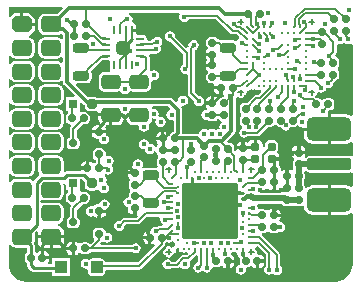
<source format=gbr>
%TF.GenerationSoftware,Altium Limited,Altium Designer,24.3.1 (35)*%
G04 Layer_Physical_Order=1*
G04 Layer_Color=255*
%FSLAX45Y45*%
%MOMM*%
%TF.SameCoordinates,49A6F1C3-9DA9-4727-8ECF-3BB51FF8743F*%
%TF.FilePolarity,Positive*%
%TF.FileFunction,Copper,L1,Top,Signal*%
%TF.Part,Single*%
G01*
G75*
%TA.AperFunction,ConnectorPad*%
G04:AMPARAMS|DCode=10|XSize=2mm|YSize=3.8mm|CornerRadius=0.5mm|HoleSize=0mm|Usage=FLASHONLY|Rotation=270.000|XOffset=0mm|YOffset=0mm|HoleType=Round|Shape=RoundedRectangle|*
%AMROUNDEDRECTD10*
21,1,2.00000,2.80000,0,0,270.0*
21,1,1.00000,3.80000,0,0,270.0*
1,1,1.00000,-1.40000,-0.50000*
1,1,1.00000,-1.40000,0.50000*
1,1,1.00000,1.40000,0.50000*
1,1,1.00000,1.40000,-0.50000*
%
%ADD10ROUNDEDRECTD10*%
G04:AMPARAMS|DCode=11|XSize=1mm|YSize=3.8mm|CornerRadius=0.25mm|HoleSize=0mm|Usage=FLASHONLY|Rotation=270.000|XOffset=0mm|YOffset=0mm|HoleType=Round|Shape=RoundedRectangle|*
%AMROUNDEDRECTD11*
21,1,1.00000,3.30000,0,0,270.0*
21,1,0.50000,3.80000,0,0,270.0*
1,1,0.50000,-1.65000,-0.25000*
1,1,0.50000,-1.65000,0.25000*
1,1,0.50000,1.65000,0.25000*
1,1,0.50000,1.65000,-0.25000*
%
%ADD11ROUNDEDRECTD11*%
%TA.AperFunction,SMDPad,CuDef*%
G04:AMPARAMS|DCode=12|XSize=0.6mm|YSize=0.6mm|CornerRadius=0.15mm|HoleSize=0mm|Usage=FLASHONLY|Rotation=180.000|XOffset=0mm|YOffset=0mm|HoleType=Round|Shape=RoundedRectangle|*
%AMROUNDEDRECTD12*
21,1,0.60000,0.30000,0,0,180.0*
21,1,0.30000,0.60000,0,0,180.0*
1,1,0.30000,-0.15000,0.15000*
1,1,0.30000,0.15000,0.15000*
1,1,0.30000,0.15000,-0.15000*
1,1,0.30000,-0.15000,-0.15000*
%
%ADD12ROUNDEDRECTD12*%
G04:AMPARAMS|DCode=13|XSize=4.75mm|YSize=4.75mm|CornerRadius=0.2375mm|HoleSize=0mm|Usage=FLASHONLY|Rotation=0.000|XOffset=0mm|YOffset=0mm|HoleType=Round|Shape=RoundedRectangle|*
%AMROUNDEDRECTD13*
21,1,4.75000,4.27500,0,0,0.0*
21,1,4.27500,4.75000,0,0,0.0*
1,1,0.47500,2.13750,-2.13750*
1,1,0.47500,-2.13750,-2.13750*
1,1,0.47500,-2.13750,2.13750*
1,1,0.47500,2.13750,2.13750*
%
%ADD13ROUNDEDRECTD13*%
%TA.AperFunction,BGAPad,CuDef*%
%ADD14C,0.26000*%
%TA.AperFunction,SMDPad,CuDef*%
%ADD15O,0.12500X0.12560*%
%TA.AperFunction,BGAPad,CuDef*%
%ADD16C,0.22000*%
%TA.AperFunction,SMDPad,CuDef*%
%ADD17C,0.12500*%
G04:AMPARAMS|DCode=18|XSize=0.8mm|YSize=1.35mm|CornerRadius=0.2mm|HoleSize=0mm|Usage=FLASHONLY|Rotation=270.000|XOffset=0mm|YOffset=0mm|HoleType=Round|Shape=RoundedRectangle|*
%AMROUNDEDRECTD18*
21,1,0.80000,0.95000,0,0,270.0*
21,1,0.40000,1.35000,0,0,270.0*
1,1,0.40000,-0.47500,-0.20000*
1,1,0.40000,-0.47500,0.20000*
1,1,0.40000,0.47500,0.20000*
1,1,0.40000,0.47500,-0.20000*
%
%ADD18ROUNDEDRECTD18*%
G04:AMPARAMS|DCode=19|XSize=0.6mm|YSize=0.6mm|CornerRadius=0.15mm|HoleSize=0mm|Usage=FLASHONLY|Rotation=270.000|XOffset=0mm|YOffset=0mm|HoleType=Round|Shape=RoundedRectangle|*
%AMROUNDEDRECTD19*
21,1,0.60000,0.30000,0,0,270.0*
21,1,0.30000,0.60000,0,0,270.0*
1,1,0.30000,-0.15000,-0.15000*
1,1,0.30000,-0.15000,0.15000*
1,1,0.30000,0.15000,0.15000*
1,1,0.30000,0.15000,-0.15000*
%
%ADD19ROUNDEDRECTD19*%
%ADD20R,0.23000X0.75000*%
G04:AMPARAMS|DCode=21|XSize=0.23mm|YSize=0.75mm|CornerRadius=0.0575mm|HoleSize=0mm|Usage=FLASHONLY|Rotation=180.000|XOffset=0mm|YOffset=0mm|HoleType=Round|Shape=RoundedRectangle|*
%AMROUNDEDRECTD21*
21,1,0.23000,0.63500,0,0,180.0*
21,1,0.11500,0.75000,0,0,180.0*
1,1,0.11500,-0.05750,0.31750*
1,1,0.11500,0.05750,0.31750*
1,1,0.11500,0.05750,-0.31750*
1,1,0.11500,-0.05750,-0.31750*
%
%ADD21ROUNDEDRECTD21*%
G04:AMPARAMS|DCode=22|XSize=0.23mm|YSize=0.75mm|CornerRadius=0.0575mm|HoleSize=0mm|Usage=FLASHONLY|Rotation=90.000|XOffset=0mm|YOffset=0mm|HoleType=Round|Shape=RoundedRectangle|*
%AMROUNDEDRECTD22*
21,1,0.23000,0.63500,0,0,90.0*
21,1,0.11500,0.75000,0,0,90.0*
1,1,0.11500,0.31750,0.05750*
1,1,0.11500,0.31750,-0.05750*
1,1,0.11500,-0.31750,-0.05750*
1,1,0.11500,-0.31750,0.05750*
%
%ADD22ROUNDEDRECTD22*%
G04:AMPARAMS|DCode=23|XSize=1.13mm|YSize=1.13mm|CornerRadius=0.2825mm|HoleSize=0mm|Usage=FLASHONLY|Rotation=90.000|XOffset=0mm|YOffset=0mm|HoleType=Round|Shape=RoundedRectangle|*
%AMROUNDEDRECTD23*
21,1,1.13000,0.56500,0,0,90.0*
21,1,0.56500,1.13000,0,0,90.0*
1,1,0.56500,0.28250,0.28250*
1,1,0.56500,0.28250,-0.28250*
1,1,0.56500,-0.28250,-0.28250*
1,1,0.56500,-0.28250,0.28250*
%
%ADD23ROUNDEDRECTD23*%
G04:AMPARAMS|DCode=24|XSize=0.75mm|YSize=0.65mm|CornerRadius=0.1625mm|HoleSize=0mm|Usage=FLASHONLY|Rotation=0.000|XOffset=0mm|YOffset=0mm|HoleType=Round|Shape=RoundedRectangle|*
%AMROUNDEDRECTD24*
21,1,0.75000,0.32500,0,0,0.0*
21,1,0.42500,0.65000,0,0,0.0*
1,1,0.32500,0.21250,-0.16250*
1,1,0.32500,-0.21250,-0.16250*
1,1,0.32500,-0.21250,0.16250*
1,1,0.32500,0.21250,0.16250*
%
%ADD24ROUNDEDRECTD24*%
%TA.AperFunction,BGAPad,SMDef*%
%ADD25C,0.25000*%
%TA.AperFunction,BGAPad,CuDef*%
%ADD26C,0.25000*%
%ADD27C,0.12500*%
%TA.AperFunction,SMDPad,CuDef*%
G04:AMPARAMS|DCode=28|XSize=0.6mm|YSize=0.7mm|CornerRadius=0.15mm|HoleSize=0mm|Usage=FLASHONLY|Rotation=270.000|XOffset=0mm|YOffset=0mm|HoleType=Round|Shape=RoundedRectangle|*
%AMROUNDEDRECTD28*
21,1,0.60000,0.40000,0,0,270.0*
21,1,0.30000,0.70000,0,0,270.0*
1,1,0.30000,-0.20000,-0.15000*
1,1,0.30000,-0.20000,0.15000*
1,1,0.30000,0.20000,0.15000*
1,1,0.30000,0.20000,-0.15000*
%
%ADD28ROUNDEDRECTD28*%
%ADD29R,0.80000X0.80000*%
G04:AMPARAMS|DCode=30|XSize=0.8mm|YSize=0.8mm|CornerRadius=0.2mm|HoleSize=0mm|Usage=FLASHONLY|Rotation=90.000|XOffset=0mm|YOffset=0mm|HoleType=Round|Shape=RoundedRectangle|*
%AMROUNDEDRECTD30*
21,1,0.80000,0.40000,0,0,90.0*
21,1,0.40000,0.80000,0,0,90.0*
1,1,0.40000,0.20000,0.20000*
1,1,0.40000,0.20000,-0.20000*
1,1,0.40000,-0.20000,-0.20000*
1,1,0.40000,-0.20000,0.20000*
%
%ADD30ROUNDEDRECTD30*%
%ADD31R,1.10000X1.10000*%
G04:AMPARAMS|DCode=32|XSize=1.1mm|YSize=1.1mm|CornerRadius=0.275mm|HoleSize=0mm|Usage=FLASHONLY|Rotation=90.000|XOffset=0mm|YOffset=0mm|HoleType=Round|Shape=RoundedRectangle|*
%AMROUNDEDRECTD32*
21,1,1.10000,0.55000,0,0,90.0*
21,1,0.55000,1.10000,0,0,90.0*
1,1,0.55000,0.27500,0.27500*
1,1,0.55000,0.27500,-0.27500*
1,1,0.55000,-0.27500,-0.27500*
1,1,0.55000,-0.27500,0.27500*
%
%ADD32ROUNDEDRECTD32*%
G04:AMPARAMS|DCode=33|XSize=1.65mm|YSize=1.25mm|CornerRadius=0.3125mm|HoleSize=0mm|Usage=FLASHONLY|Rotation=180.000|XOffset=0mm|YOffset=0mm|HoleType=Round|Shape=RoundedRectangle|*
%AMROUNDEDRECTD33*
21,1,1.65000,0.62500,0,0,180.0*
21,1,1.02500,1.25000,0,0,180.0*
1,1,0.62500,-0.51250,0.31250*
1,1,0.62500,0.51250,0.31250*
1,1,0.62500,0.51250,-0.31250*
1,1,0.62500,-0.51250,-0.31250*
%
%ADD33ROUNDEDRECTD33*%
%TA.AperFunction,Conductor*%
%ADD34C,0.15000*%
%ADD35C,0.25000*%
%ADD36C,0.23000*%
%ADD37C,0.20000*%
%ADD38C,0.55000*%
%ADD39C,0.30000*%
%ADD40C,0.40000*%
%TA.AperFunction,NonConductor*%
%ADD41C,0.15000*%
%TA.AperFunction,Conductor*%
%ADD42C,0.13000*%
%TA.AperFunction,ComponentPad*%
G04:AMPARAMS|DCode=43|XSize=1.4mm|YSize=1.7mm|CornerRadius=0mm|HoleSize=0mm|Usage=FLASHONLY|Rotation=270.000|XOffset=0mm|YOffset=0mm|HoleType=Round|Shape=Octagon|*
%AMOCTAGOND43*
4,1,8,0.85000,0.35000,0.85000,-0.35000,0.50000,-0.70000,-0.50000,-0.70000,-0.85000,-0.35000,-0.85000,0.35000,-0.50000,0.70000,0.50000,0.70000,0.85000,0.35000,0.0*
%
%ADD43OCTAGOND43*%

G04:AMPARAMS|DCode=44|XSize=1.4mm|YSize=1.7mm|CornerRadius=0.35mm|HoleSize=0mm|Usage=FLASHONLY|Rotation=270.000|XOffset=0mm|YOffset=0mm|HoleType=Round|Shape=RoundedRectangle|*
%AMROUNDEDRECTD44*
21,1,1.40000,1.00000,0,0,270.0*
21,1,0.70000,1.70000,0,0,270.0*
1,1,0.70000,-0.50000,-0.35000*
1,1,0.70000,-0.50000,0.35000*
1,1,0.70000,0.50000,0.35000*
1,1,0.70000,0.50000,-0.35000*
%
%ADD44ROUNDEDRECTD44*%
%TA.AperFunction,ViaPad*%
%ADD45C,0.45000*%
G36*
X501731Y2462198D02*
X456011Y2416478D01*
X453000Y2417077D01*
X353000D01*
X331540Y2412808D01*
X313347Y2400653D01*
X301191Y2382460D01*
X296923Y2361000D01*
Y2291000D01*
X301191Y2269540D01*
X313347Y2251347D01*
X331540Y2239191D01*
X353000Y2234923D01*
X453000D01*
X474460Y2239191D01*
X489975Y2249558D01*
X505198Y2234334D01*
Y2208876D01*
X499386Y2205066D01*
X490198Y2202292D01*
X474460Y2212808D01*
X453000Y2217077D01*
X353000D01*
X331540Y2212808D01*
X313347Y2200652D01*
X301191Y2182460D01*
X296923Y2161000D01*
Y2091000D01*
X301191Y2069540D01*
X313347Y2051347D01*
X331540Y2039191D01*
X353000Y2034923D01*
X453000D01*
X474460Y2039191D01*
X490198Y2049707D01*
X499386Y2046934D01*
X505198Y2043124D01*
Y2008876D01*
X499386Y2005066D01*
X490198Y2002292D01*
X474460Y2012809D01*
X453000Y2017077D01*
X353000D01*
X331540Y2012809D01*
X313347Y2000653D01*
X301191Y1982460D01*
X296923Y1961000D01*
Y1891000D01*
X301191Y1869540D01*
X313347Y1851347D01*
X331540Y1839191D01*
X353000Y1834923D01*
X453000D01*
X474460Y1839191D01*
X490198Y1849708D01*
X499386Y1846934D01*
X505198Y1843124D01*
Y1837746D01*
X507915Y1824089D01*
X515650Y1812512D01*
X604305Y1723858D01*
X598564Y1710000D01*
X530000D01*
Y1590000D01*
X545349D01*
X546900Y1575000D01*
X539767Y1570234D01*
X532031Y1558656D01*
X529314Y1545000D01*
Y1515000D01*
X532031Y1501344D01*
X539767Y1489766D01*
X551344Y1482031D01*
X565000Y1479314D01*
X566458D01*
X572199Y1465456D01*
X568371Y1461629D01*
X561741Y1451706D01*
X559412Y1440000D01*
X559412Y1439999D01*
Y1368579D01*
X556344Y1367969D01*
X544766Y1360234D01*
X537031Y1348656D01*
X534314Y1335000D01*
Y1305000D01*
X537031Y1291344D01*
X544766Y1279766D01*
X556344Y1272031D01*
X570000Y1269314D01*
X610000D01*
X623656Y1272031D01*
X635234Y1279766D01*
X642969Y1291344D01*
X645686Y1305000D01*
Y1335000D01*
X642969Y1348656D01*
X635234Y1360234D01*
X623656Y1367969D01*
X620588Y1368579D01*
Y1427330D01*
X672572Y1479314D01*
X695000D01*
X708656Y1482031D01*
X720234Y1489766D01*
X727969Y1501344D01*
X730686Y1515000D01*
Y1545000D01*
X727969Y1558656D01*
X720234Y1570234D01*
X708656Y1577969D01*
X695000Y1580686D01*
X665000D01*
X660795Y1579849D01*
X650000Y1592996D01*
Y1658565D01*
X663858Y1664305D01*
X681483Y1646680D01*
X689217Y1641512D01*
Y1630000D01*
X692321Y1614393D01*
X701162Y1601162D01*
X714393Y1592321D01*
X730000Y1589217D01*
X770000D01*
X785607Y1592321D01*
X786525Y1592934D01*
X787116Y1592865D01*
X800990Y1584559D01*
Y1572700D01*
X910000D01*
Y1560000D01*
X922700D01*
Y1470990D01*
X961250D01*
X983354Y1475387D01*
X1002092Y1487908D01*
X1014613Y1506646D01*
X1019010Y1528750D01*
Y1552610D01*
X1031228Y1561128D01*
X1040990Y1554081D01*
Y1528750D01*
X1045387Y1506646D01*
X1057908Y1487908D01*
X1076646Y1475387D01*
X1098750Y1470990D01*
X1137648D01*
X1146668Y1460000D01*
X1149966Y1443417D01*
X1159359Y1429359D01*
X1173417Y1419966D01*
X1190000Y1416667D01*
X1206583Y1419966D01*
X1220640Y1429359D01*
X1230034Y1443417D01*
X1233332Y1460000D01*
X1230034Y1476582D01*
X1230784Y1480351D01*
X1242092Y1487908D01*
X1254613Y1506646D01*
X1259010Y1528750D01*
X1260871Y1530278D01*
X1272521Y1527960D01*
X1280602Y1529568D01*
X1289966Y1516582D01*
X1286667Y1500000D01*
X1289966Y1483417D01*
X1299359Y1469360D01*
X1313417Y1459966D01*
X1330000Y1456668D01*
X1346583Y1459966D01*
X1360640Y1469360D01*
X1370034Y1483417D01*
X1373332Y1500000D01*
X1370034Y1516583D01*
X1360640Y1530641D01*
X1346583Y1540034D01*
X1330000Y1543332D01*
X1321920Y1541725D01*
X1312555Y1554710D01*
X1315854Y1571293D01*
X1312555Y1587875D01*
X1303162Y1601933D01*
X1289104Y1611327D01*
X1272521Y1614625D01*
X1264253Y1612981D01*
X1259556Y1619314D01*
X1267106Y1634314D01*
X1395218D01*
X1413884Y1615648D01*
X1408947Y1599372D01*
X1407164Y1599018D01*
X1393106Y1589624D01*
X1383713Y1575566D01*
X1380415Y1558984D01*
X1383713Y1542401D01*
X1393106Y1528343D01*
X1407164Y1518950D01*
X1423747Y1515651D01*
X1429314Y1516759D01*
X1444314Y1504945D01*
Y1417355D01*
X1439766Y1412806D01*
X1438349Y1410685D01*
X1435000D01*
X1421343Y1407969D01*
X1412275Y1401910D01*
X1409766Y1400233D01*
X1394227Y1403976D01*
X1394126Y1404126D01*
X1380763Y1413055D01*
X1365000Y1416191D01*
X1362700D01*
Y1360000D01*
X1350000D01*
Y1347300D01*
X1293808D01*
Y1345000D01*
X1296944Y1329236D01*
X1302966Y1320224D01*
X1304812Y1309999D01*
X1302966Y1299775D01*
X1296944Y1290763D01*
X1295720Y1284610D01*
X1280426D01*
X1280034Y1286583D01*
X1270641Y1300641D01*
X1256583Y1310034D01*
X1240000Y1313332D01*
X1232949Y1311930D01*
X1230034Y1326583D01*
X1220640Y1340640D01*
X1206583Y1350034D01*
X1190000Y1353332D01*
X1173417Y1350034D01*
X1159359Y1340640D01*
X1149966Y1326583D01*
X1146668Y1310000D01*
X1149966Y1293417D01*
X1159359Y1279359D01*
X1173417Y1269966D01*
X1190000Y1266668D01*
X1197051Y1268070D01*
X1199966Y1253417D01*
X1209360Y1239359D01*
X1223417Y1229966D01*
X1240000Y1226668D01*
X1256583Y1229966D01*
X1270641Y1239359D01*
X1278808Y1251583D01*
X1279843Y1251587D01*
X1293808Y1244999D01*
X1296944Y1229236D01*
X1305873Y1215873D01*
X1306023Y1215773D01*
X1309766Y1200234D01*
X1308090Y1197725D01*
X1302031Y1188656D01*
X1299314Y1175000D01*
Y1145000D01*
X1302031Y1131343D01*
X1306784Y1124230D01*
X1298592Y1110565D01*
X1297500Y1110783D01*
X1202500D01*
X1187660Y1107831D01*
X1185323Y1109575D01*
X1177280Y1119296D01*
X1180034Y1123417D01*
X1183332Y1140000D01*
X1180034Y1156583D01*
X1170641Y1170641D01*
X1156583Y1180034D01*
X1140000Y1183332D01*
X1123417Y1180034D01*
X1109359Y1170641D01*
X1099966Y1156583D01*
X1096668Y1140000D01*
X1098553Y1130521D01*
X1095000Y1126191D01*
X1079237Y1123055D01*
X1065873Y1114126D01*
X1056944Y1100763D01*
X1053808Y1084999D01*
Y1082699D01*
X1110000D01*
Y1057299D01*
X1053808D01*
Y1054999D01*
X1056944Y1039236D01*
X1065873Y1025873D01*
X1066023Y1025773D01*
X1069766Y1010233D01*
X1068090Y1007724D01*
X1062031Y998656D01*
X1059314Y985000D01*
Y955000D01*
X1062031Y941343D01*
X1069766Y929766D01*
X1070883Y929020D01*
Y910979D01*
X1069766Y910233D01*
X1062031Y898656D01*
X1059314Y884999D01*
Y863350D01*
X1059292Y863332D01*
X1042710Y860034D01*
X1028652Y850640D01*
X1019258Y836582D01*
X1015960Y820000D01*
X1019258Y803417D01*
X1028652Y789359D01*
X1042710Y779966D01*
X1053808Y777758D01*
Y755000D01*
X1056944Y739237D01*
X1065873Y725873D01*
X1079237Y716944D01*
X1095000Y713808D01*
X1097300D01*
Y770000D01*
X1122700D01*
Y713808D01*
X1125000D01*
X1134915Y715781D01*
X1142304Y701957D01*
X1128386Y688039D01*
X1023787D01*
X1013057Y685904D01*
X1003961Y679826D01*
X986176Y662042D01*
X979948Y663280D01*
X963365Y659982D01*
X949307Y650588D01*
X939914Y636531D01*
X936616Y619948D01*
X939914Y603365D01*
X949307Y589307D01*
X963365Y579914D01*
X979948Y576616D01*
X996531Y579914D01*
X1010589Y589307D01*
X1019982Y603365D01*
X1023254Y619814D01*
X1035401Y631961D01*
X1140000D01*
X1150730Y634096D01*
X1159826Y640174D01*
X1216613Y696961D01*
X1320233D01*
X1329047Y681960D01*
X1326668Y670000D01*
X1329966Y653417D01*
X1339360Y639359D01*
X1348819Y633039D01*
X1344269Y618039D01*
X1315763D01*
X1305033Y615904D01*
X1301766Y613721D01*
X1291786Y615706D01*
X1275204Y612408D01*
X1261146Y603015D01*
X1251752Y588957D01*
X1249213Y576191D01*
X1225000D01*
X1209237Y573055D01*
X1195873Y564126D01*
X1186944Y550762D01*
X1183809Y534999D01*
Y532699D01*
X1240000D01*
Y519999D01*
X1252700D01*
Y463808D01*
X1255000D01*
X1270763Y466943D01*
X1275915Y470386D01*
X1285477Y458734D01*
X1137330Y310588D01*
X863327D01*
X862244Y316033D01*
X851745Y331745D01*
X836033Y342244D01*
X817500Y345930D01*
X762500D01*
X743967Y342244D01*
X728621Y331990D01*
X716583Y340034D01*
X700000Y343332D01*
X683417Y340034D01*
X669360Y330640D01*
X659966Y316583D01*
X656668Y300000D01*
X659966Y283417D01*
X669360Y269359D01*
X683417Y259966D01*
X700000Y256668D01*
X702474Y257160D01*
X714069Y247644D01*
Y242500D01*
X717756Y223967D01*
X728255Y208255D01*
X743967Y197756D01*
X762500Y194069D01*
X817500D01*
X836033Y197756D01*
X851745Y208255D01*
X862244Y223967D01*
X865930Y242500D01*
Y249412D01*
X1149999D01*
X1150000Y249412D01*
X1161705Y251741D01*
X1171629Y258371D01*
X1361628Y448370D01*
X1361629Y448371D01*
X1368259Y458294D01*
X1370588Y470000D01*
X1370588Y470001D01*
Y473293D01*
X1372073Y474313D01*
X1380233Y479766D01*
X1380423Y480049D01*
X1382170Y481249D01*
X1382332Y481282D01*
X1398915Y477983D01*
X1415497Y481282D01*
X1428107Y489707D01*
X1443081Y487329D01*
X1443915Y487123D01*
X1451208Y476207D01*
X1454275Y474159D01*
X1453365Y456726D01*
X1447315Y452684D01*
X1438828Y439982D01*
X1438530Y438481D01*
X1438466Y438379D01*
X1422660Y435585D01*
X1419826Y439825D01*
X1410730Y445903D01*
X1400000Y448038D01*
X1389270Y445903D01*
X1380174Y439825D01*
X1374096Y430729D01*
X1373295Y426704D01*
X1369268Y425903D01*
X1360172Y419825D01*
X1354094Y410729D01*
X1351960Y399999D01*
X1354094Y389269D01*
X1360172Y380173D01*
X1369268Y374095D01*
X1373295Y373294D01*
X1374096Y369269D01*
X1380174Y360173D01*
X1389270Y354095D01*
X1400000Y351960D01*
X1410730Y354095D01*
X1419826Y360173D01*
X1425904Y369269D01*
X1426705Y373294D01*
X1430728Y374095D01*
X1439825Y380173D01*
X1445903Y389269D01*
X1454207Y392709D01*
X1460017Y388827D01*
X1462300Y388373D01*
Y424999D01*
X1487700D01*
Y388373D01*
X1489983Y388827D01*
X1502685Y397314D01*
X1505139Y400986D01*
X1512905Y395798D01*
X1525000Y393392D01*
X1537095Y395798D01*
X1544354Y400648D01*
X1556077Y396274D01*
X1559746Y381334D01*
X1551896Y372356D01*
X1524318D01*
X1513588Y370222D01*
X1504492Y364144D01*
X1458386Y318038D01*
X1425546D01*
X1420641Y325379D01*
X1406583Y334773D01*
X1390000Y338071D01*
X1373417Y334773D01*
X1359359Y325379D01*
X1349966Y311321D01*
X1346668Y294739D01*
X1349966Y278156D01*
X1359359Y264098D01*
X1373417Y254705D01*
X1390000Y251406D01*
X1406583Y254705D01*
X1417443Y261961D01*
X1470000D01*
X1480730Y264096D01*
X1489826Y270174D01*
X1507599Y266733D01*
X1509359Y264098D01*
X1523417Y254705D01*
X1540000Y251406D01*
X1556583Y254705D01*
X1570640Y264098D01*
X1580034Y278156D01*
X1583332Y294739D01*
X1580034Y311321D01*
X1582425Y323343D01*
X1584144Y324492D01*
X1631962Y372309D01*
X1646962Y366096D01*
Y309967D01*
X1633417Y307272D01*
X1619359Y297879D01*
X1609966Y283821D01*
X1606668Y267238D01*
X1609966Y250656D01*
X1619359Y236598D01*
X1633417Y227205D01*
X1650000Y223906D01*
X1666583Y227205D01*
X1680640Y236598D01*
X1689360D01*
X1703417Y227205D01*
X1720000Y223906D01*
X1736583Y227205D01*
X1750640Y236598D01*
X1760034Y250656D01*
X1761946Y260269D01*
X1763706Y262472D01*
X1775440Y270125D01*
X1777934Y270720D01*
X1785000Y269314D01*
X1815000D01*
X1828656Y272030D01*
X1837725Y278090D01*
X1840234Y279766D01*
X1855773Y276023D01*
X1855873Y275873D01*
X1869237Y266944D01*
X1885000Y263808D01*
X1887300D01*
Y320000D01*
X1900000D01*
Y332700D01*
X1956191D01*
Y335000D01*
X1953056Y350763D01*
X1944126Y364126D01*
X1930763Y373055D01*
X1930032Y373201D01*
X1927899Y382133D01*
X1937096Y395798D01*
X1938542Y396764D01*
X1950000Y401544D01*
X1961458Y396764D01*
X1962905Y395798D01*
X1969267Y394532D01*
X1981792Y380613D01*
X1981670Y379999D01*
X1984968Y363417D01*
X1994362Y349359D01*
X2001255Y344753D01*
X1999314Y335000D01*
Y305000D01*
X2000256Y300268D01*
X1993417Y290034D01*
X1979360Y280641D01*
X1969966Y266583D01*
X1966668Y250000D01*
X1969966Y233417D01*
X1979360Y219359D01*
X1993417Y209966D01*
X2010000Y206668D01*
X2026583Y209966D01*
X2040641Y219359D01*
X2050034Y233417D01*
X2053332Y250000D01*
X2052474Y254314D01*
X2064785Y269314D01*
X2065000D01*
X2078656Y272030D01*
X2087725Y278090D01*
X2090234Y279766D01*
X2105773Y276023D01*
X2105873Y275873D01*
X2119237Y266944D01*
X2135000Y263808D01*
X2137300D01*
Y320000D01*
X2150000D01*
Y332700D01*
X2206191D01*
Y335000D01*
X2203056Y350763D01*
X2194126Y364126D01*
X2180763Y373055D01*
X2165000Y376191D01*
X2155205D01*
X2147774Y386639D01*
X2146285Y391191D01*
X2148037Y399999D01*
X2145903Y410729D01*
X2139825Y419825D01*
X2130729Y425903D01*
X2130431Y433066D01*
X2142749Y446960D01*
X2153387D01*
X2221962Y378386D01*
Y282379D01*
X2219360Y280641D01*
X2209966Y266583D01*
X2206668Y250000D01*
X2209966Y233417D01*
X2219360Y219359D01*
X2233417Y209966D01*
X2250000Y206668D01*
X2266583Y209966D01*
X2270400Y212516D01*
X2285138Y217460D01*
X2299195Y208066D01*
X2315778Y204768D01*
X2332361Y208066D01*
X2346418Y217460D01*
X2355812Y231517D01*
X2359110Y248100D01*
X2355812Y264683D01*
X2346418Y278741D01*
X2343816Y280479D01*
Y374222D01*
X2341682Y384952D01*
X2335604Y394048D01*
X2185338Y544314D01*
X2185444Y546505D01*
X2190142Y559314D01*
X2205000D01*
X2218656Y562031D01*
X2230234Y569766D01*
X2230980Y570883D01*
X2249020D01*
X2249766Y569766D01*
X2261344Y562031D01*
X2275000Y559314D01*
X2305000D01*
X2318656Y562031D01*
X2328900Y568875D01*
X2340000Y566668D01*
X2356583Y569966D01*
X2370640Y579360D01*
X2380034Y593417D01*
X2383332Y610000D01*
X2380034Y626583D01*
X2370640Y640641D01*
X2356583Y650034D01*
X2341816Y652971D01*
X2338096Y659214D01*
X2335348Y667701D01*
X2343056Y679237D01*
X2346191Y695000D01*
Y697300D01*
X2290000D01*
Y710000D01*
X2277300D01*
Y766192D01*
X2275000D01*
X2259237Y763056D01*
X2245873Y754127D01*
X2245773Y753977D01*
X2230234Y750234D01*
X2227725Y751910D01*
X2218656Y757969D01*
X2205000Y760686D01*
X2175000D01*
X2166841Y759063D01*
X2154676Y768376D01*
X2153314Y770502D01*
X2150270Y785807D01*
X2145848Y792424D01*
X2153866Y807424D01*
X2354650D01*
X2359766Y799766D01*
X2371344Y792031D01*
X2385000Y789314D01*
X2415000D01*
X2426338Y791570D01*
X2473663D01*
X2485000Y789314D01*
X2515000D01*
X2528123Y791925D01*
X2528818Y792008D01*
X2531169Y791678D01*
X2544237Y784401D01*
X2548975Y760580D01*
X2565640Y735640D01*
X2590581Y718975D01*
X2620000Y713123D01*
X2747300D01*
Y840000D01*
Y966877D01*
X2620000D01*
X2590581Y961026D01*
X2565640Y944361D01*
X2550686Y948980D01*
Y955000D01*
X2548431Y966334D01*
Y1013668D01*
X2550686Y1025000D01*
Y1055000D01*
X2548431Y1066336D01*
Y1076699D01*
X2558703Y1080959D01*
X2563430Y1081973D01*
X2577442Y1072611D01*
X2595000Y1069119D01*
X2925000D01*
X2941055Y1072312D01*
X2945217Y1071512D01*
X2956055Y1065719D01*
Y961269D01*
X2941055Y953251D01*
X2929420Y961026D01*
X2900000Y966877D01*
X2772700D01*
Y840000D01*
Y713123D01*
X2900000D01*
X2929420Y718975D01*
X2941055Y726749D01*
X2956055Y718731D01*
Y650001D01*
Y299999D01*
X2956164Y299449D01*
X2950913Y259563D01*
X2935305Y221881D01*
X2910476Y189524D01*
X2878118Y164695D01*
X2840437Y149087D01*
X2814295Y145645D01*
X2800000Y143944D01*
Y143944D01*
X200000D01*
X199453Y143835D01*
X159563Y149087D01*
X121882Y164695D01*
X89524Y189524D01*
X64695Y221882D01*
X49087Y259563D01*
X43836Y299453D01*
X43944Y299999D01*
Y459373D01*
X58944Y463923D01*
X67347Y451347D01*
X85540Y439191D01*
X107000Y434922D01*
X196863D01*
Y394976D01*
X189766Y390234D01*
X182031Y378656D01*
X179314Y365000D01*
Y335000D01*
X182031Y321344D01*
X189766Y309766D01*
X196863Y305025D01*
Y290000D01*
X199386Y277319D01*
X206569Y266569D01*
X236569Y236569D01*
X247319Y229386D01*
X260000Y226863D01*
X415000D01*
Y195000D01*
X565000D01*
Y345000D01*
X415000D01*
Y293137D01*
X382064D01*
X378204Y299330D01*
X375639Y308137D01*
X383056Y319237D01*
X386191Y335000D01*
Y337300D01*
X330000D01*
Y350000D01*
X317300D01*
Y406191D01*
X315000D01*
X299237Y403056D01*
X285873Y394127D01*
X271951Y395524D01*
X263137Y402208D01*
Y455823D01*
X260614Y468504D01*
X259064Y470824D01*
X263077Y491000D01*
Y561000D01*
X262876Y562013D01*
X279664Y578801D01*
X293488Y571412D01*
X291417Y561000D01*
Y538700D01*
X403000D01*
X514583D01*
Y561000D01*
X509895Y584567D01*
X496546Y604546D01*
X476567Y617895D01*
X460426Y621106D01*
Y636400D01*
X474460Y639191D01*
X492653Y651347D01*
X504808Y669540D01*
X509077Y691000D01*
Y761000D01*
X504808Y782460D01*
X492653Y800652D01*
X474460Y812808D01*
X453000Y817077D01*
X353000D01*
X331540Y812808D01*
X328137Y810534D01*
X313137Y818552D01*
Y833448D01*
X328137Y841465D01*
X331540Y839191D01*
X353000Y834923D01*
X453000D01*
X474460Y839191D01*
X492653Y851347D01*
X504808Y869540D01*
X509077Y891000D01*
Y961000D01*
X506223Y975348D01*
X507347Y977669D01*
X515491Y979952D01*
X530000Y968537D01*
Y920000D01*
X545349D01*
X546900Y905000D01*
X539767Y900234D01*
X532031Y888656D01*
X529314Y875000D01*
Y845000D01*
X532031Y831344D01*
X539767Y819766D01*
X551344Y812031D01*
X565000Y809314D01*
X566458D01*
X572199Y795456D01*
X568371Y791629D01*
X561741Y781706D01*
X559412Y770000D01*
X559412Y769999D01*
Y698580D01*
X556344Y697969D01*
X544766Y690234D01*
X537031Y678656D01*
X534314Y665000D01*
Y635000D01*
X537031Y621344D01*
X544766Y609766D01*
X556344Y602031D01*
X570000Y599314D01*
X610000D01*
X623656Y602031D01*
X635234Y609766D01*
X642969Y621344D01*
X645686Y635000D01*
Y665000D01*
X642969Y678656D01*
X635234Y690234D01*
X623656Y697969D01*
X620588Y698580D01*
Y757330D01*
X672572Y809314D01*
X695000D01*
X708656Y812031D01*
X720234Y819766D01*
X727969Y831344D01*
X730686Y845000D01*
Y875000D01*
X727969Y888656D01*
X720234Y900234D01*
X708656Y907969D01*
X695000Y910686D01*
X665000D01*
X660795Y909849D01*
X650000Y922996D01*
Y1016863D01*
X666275D01*
X689217Y993922D01*
Y960000D01*
X692321Y944393D01*
X701162Y931162D01*
X714393Y922321D01*
X730000Y919217D01*
X770000D01*
X785607Y922321D01*
X793856Y927833D01*
X808882Y923776D01*
X810713Y922429D01*
X819412Y909411D01*
X833470Y900018D01*
X850052Y896720D01*
X866635Y900018D01*
X880693Y909411D01*
X890086Y923469D01*
X893385Y940052D01*
X890086Y956635D01*
X880693Y970692D01*
X875298Y974297D01*
X870034Y993418D01*
X873333Y1010000D01*
X870034Y1026583D01*
X860641Y1040641D01*
X856092Y1043680D01*
X856099Y1061716D01*
X859683Y1064106D01*
X863117Y1062049D01*
X870824Y1056899D01*
X887407Y1053601D01*
X903990Y1056899D01*
X918047Y1066293D01*
X927441Y1080350D01*
X930739Y1096933D01*
X927441Y1113516D01*
X918047Y1127573D01*
X922729Y1142486D01*
X930034Y1153417D01*
X933332Y1170000D01*
X930034Y1186583D01*
X920641Y1200640D01*
X906583Y1210034D01*
X890000Y1213332D01*
X880686Y1211480D01*
X866824Y1220772D01*
X865686Y1222626D01*
Y1240000D01*
X862969Y1253656D01*
X855234Y1265233D01*
X843656Y1272969D01*
X830000Y1275686D01*
X790000D01*
X776344Y1272969D01*
X764767Y1265233D01*
X757031Y1253656D01*
X754314Y1240000D01*
Y1210000D01*
X757031Y1196344D01*
X764767Y1184766D01*
X776344Y1177031D01*
X781962Y1175913D01*
Y1158092D01*
X781344Y1157969D01*
X772275Y1151910D01*
X769766Y1150234D01*
X754227Y1153977D01*
X754127Y1154127D01*
X740763Y1163056D01*
X725000Y1166191D01*
X722700D01*
Y1110000D01*
X710000D01*
Y1097300D01*
X653809D01*
Y1095000D01*
X653862Y1094732D01*
X644346Y1083137D01*
X540000D01*
X527319Y1080614D01*
X521537Y1076750D01*
X507990Y1085537D01*
X509077Y1091000D01*
Y1161000D01*
X504808Y1182460D01*
X492653Y1200653D01*
X474460Y1212809D01*
X453000Y1217077D01*
X353000D01*
X331540Y1212809D01*
X313347Y1200653D01*
X301191Y1182460D01*
X296923Y1161000D01*
Y1091000D01*
X301191Y1069540D01*
X303093Y1066695D01*
X300053Y1046916D01*
X260326Y1007188D01*
X246652Y1000653D01*
X228460Y1012808D01*
X207000Y1017077D01*
X107000D01*
X85540Y1012808D01*
X67347Y1000653D01*
X58944Y988077D01*
X43944Y992627D01*
Y1059373D01*
X58944Y1063923D01*
X67347Y1051347D01*
X85540Y1039191D01*
X107000Y1034923D01*
X207000D01*
X228460Y1039191D01*
X246653Y1051347D01*
X258808Y1069540D01*
X263077Y1091000D01*
Y1161000D01*
X258808Y1182460D01*
X246653Y1200653D01*
X228460Y1212809D01*
X207000Y1217077D01*
X107000D01*
X85540Y1212809D01*
X67347Y1200653D01*
X58944Y1188077D01*
X43944Y1192627D01*
Y1259373D01*
X58944Y1263923D01*
X67347Y1251347D01*
X85540Y1239191D01*
X107000Y1234923D01*
X207000D01*
X228460Y1239191D01*
X246653Y1251347D01*
X258808Y1269540D01*
X263077Y1291000D01*
Y1361000D01*
X258808Y1382460D01*
X246653Y1400653D01*
X228460Y1412808D01*
X207000Y1417077D01*
X107000D01*
X85540Y1412808D01*
X67347Y1400653D01*
X58944Y1388076D01*
X43944Y1392627D01*
Y1459373D01*
X58944Y1463923D01*
X67347Y1451347D01*
X85540Y1439191D01*
X107000Y1434923D01*
X207000D01*
X228460Y1439191D01*
X246653Y1451347D01*
X258808Y1469540D01*
X263077Y1491000D01*
Y1561000D01*
X258808Y1582460D01*
X246653Y1600653D01*
X228460Y1612809D01*
X207000Y1617077D01*
X107000D01*
X85540Y1612809D01*
X67347Y1600653D01*
X58944Y1588077D01*
X43944Y1592627D01*
Y1659373D01*
X58944Y1663923D01*
X67347Y1651347D01*
X85540Y1639191D01*
X107000Y1634923D01*
X207000D01*
X228460Y1639191D01*
X246653Y1651347D01*
X258808Y1669540D01*
X263077Y1691000D01*
Y1761000D01*
X258808Y1782460D01*
X246653Y1800652D01*
X228460Y1812808D01*
X207000Y1817077D01*
X107000D01*
X85540Y1812808D01*
X67347Y1800652D01*
X58944Y1788076D01*
X43944Y1792627D01*
Y1859373D01*
X58944Y1863923D01*
X67347Y1851347D01*
X85540Y1839191D01*
X107000Y1834923D01*
X207000D01*
X228460Y1839191D01*
X246653Y1851347D01*
X258808Y1869540D01*
X263077Y1891000D01*
Y1961000D01*
X258808Y1982460D01*
X246653Y2000653D01*
X228460Y2012809D01*
X207000Y2017077D01*
X107000D01*
X85540Y2012809D01*
X67347Y2000653D01*
X58944Y1988077D01*
X43944Y1992627D01*
Y2059373D01*
X58944Y2063923D01*
X67347Y2051347D01*
X85540Y2039191D01*
X107000Y2034923D01*
X207000D01*
X228460Y2039191D01*
X246653Y2051347D01*
X258808Y2069540D01*
X263077Y2091000D01*
Y2161000D01*
X258808Y2182460D01*
X246653Y2200652D01*
X228460Y2212808D01*
X214425Y2215600D01*
X215903Y2230600D01*
X219700D01*
X267400Y2278300D01*
Y2313300D01*
X157000D01*
Y2326000D01*
X144300D01*
Y2421400D01*
X94300D01*
X58944Y2386044D01*
X43944Y2392257D01*
Y2476056D01*
X495990D01*
X501731Y2462198D01*
D02*
G37*
G36*
X1493061Y2411214D02*
X1489966Y2406583D01*
X1486668Y2390000D01*
X1489966Y2373417D01*
X1499359Y2359360D01*
X1513417Y2349966D01*
X1530000Y2346668D01*
X1546583Y2349966D01*
X1560641Y2359360D01*
X1569061Y2371961D01*
X1798386D01*
X1920174Y2250174D01*
X1929270Y2244096D01*
X1940000Y2241961D01*
X1978386D01*
X1997384Y2222964D01*
X1994835Y2204299D01*
X1989359Y2200641D01*
X1979966Y2186583D01*
X1964681Y2186628D01*
X1963107Y2187679D01*
X1947500Y2190784D01*
X1852500D01*
X1845914Y2189474D01*
X1845562Y2189826D01*
X1836465Y2195904D01*
X1825735Y2198038D01*
X1818092D01*
X1817969Y2198656D01*
X1810234Y2210234D01*
X1798656Y2217969D01*
X1785000Y2220686D01*
X1755000D01*
X1741344Y2217969D01*
X1729766Y2210234D01*
X1722031Y2198656D01*
X1719314Y2185000D01*
Y2155000D01*
X1722031Y2141344D01*
X1728090Y2132275D01*
X1729766Y2129766D01*
X1726023Y2114227D01*
X1725873Y2114127D01*
X1716944Y2100763D01*
X1713809Y2085000D01*
Y2082700D01*
X1770000D01*
Y2057300D01*
X1713809D01*
Y2055000D01*
X1716944Y2039237D01*
X1718347Y2037138D01*
X1725368Y2025000D01*
X1718347Y2012862D01*
X1716944Y2010763D01*
X1713809Y1995000D01*
Y1992700D01*
X1770000D01*
Y1967300D01*
X1713809D01*
Y1965000D01*
X1716944Y1949237D01*
X1725873Y1935873D01*
X1726023Y1935773D01*
X1729766Y1920234D01*
X1728090Y1917725D01*
X1722031Y1908656D01*
X1719314Y1895000D01*
Y1865000D01*
X1722031Y1851344D01*
X1729766Y1839766D01*
X1741344Y1832031D01*
X1755000Y1829314D01*
X1774617D01*
X1777156Y1827553D01*
X1785721Y1814613D01*
X1783808Y1805000D01*
Y1802700D01*
X1840000D01*
Y1790000D01*
X1852700D01*
Y1733809D01*
X1853886D01*
X1855437Y1733395D01*
X1868083Y1721427D01*
X1867804Y1713858D01*
X1863226Y1710686D01*
X1855000D01*
X1841344Y1707969D01*
X1832275Y1701910D01*
X1829766Y1700234D01*
X1814227Y1703977D01*
X1814127Y1704127D01*
X1800763Y1713056D01*
X1785000Y1716191D01*
X1782700D01*
Y1660000D01*
X1770000D01*
Y1647300D01*
X1713809D01*
Y1645000D01*
X1716944Y1629237D01*
X1724652Y1617701D01*
X1721904Y1609214D01*
X1718184Y1602971D01*
X1703417Y1600034D01*
X1689360Y1590640D01*
X1679966Y1576583D01*
X1676668Y1560000D01*
X1679966Y1543417D01*
X1689360Y1529359D01*
X1703417Y1519966D01*
X1720000Y1516668D01*
X1731100Y1518876D01*
X1741344Y1512031D01*
X1755000Y1509314D01*
X1785000D01*
X1798657Y1512031D01*
X1810234Y1519767D01*
X1810980Y1520883D01*
X1829020D01*
X1829766Y1519767D01*
X1841344Y1512031D01*
X1843678Y1511567D01*
X1846846Y1495643D01*
X1839360Y1490640D01*
X1829966Y1476583D01*
X1826668Y1460000D01*
X1829966Y1443417D01*
X1816392Y1440626D01*
X1813417Y1440034D01*
X1809855Y1437653D01*
X1796906Y1432019D01*
X1786243Y1438010D01*
X1781820Y1440965D01*
X1765237Y1444264D01*
X1748655Y1440965D01*
X1743904Y1437790D01*
X1733337Y1432095D01*
X1720473Y1437434D01*
X1716583Y1440034D01*
X1700000Y1443332D01*
X1683417Y1440034D01*
X1669359Y1430641D01*
X1659966Y1416583D01*
X1658006Y1406729D01*
X1644883Y1396075D01*
X1642324Y1395223D01*
X1640000Y1395685D01*
X1521339D01*
X1515686Y1402574D01*
Y1600000D01*
X1512969Y1613656D01*
X1505945Y1624169D01*
X1507018Y1627880D01*
X1513775Y1637906D01*
X1520000Y1636668D01*
X1536583Y1639966D01*
X1550641Y1649359D01*
X1560034Y1663417D01*
X1563332Y1680000D01*
X1560034Y1696583D01*
X1550641Y1710640D01*
X1536583Y1720034D01*
X1520000Y1723332D01*
X1503417Y1720034D01*
X1489359Y1710640D01*
X1479966Y1696583D01*
X1476668Y1680000D01*
X1477906Y1673775D01*
X1464082Y1666386D01*
X1435234Y1695234D01*
X1423656Y1702969D01*
X1410000Y1705686D01*
X788590D01*
X785607Y1707679D01*
X770000Y1710783D01*
X730000D01*
X720252Y1708845D01*
X614880Y1814217D01*
X621094Y1829217D01*
X707500D01*
X723107Y1832321D01*
X736338Y1841162D01*
X745179Y1854393D01*
X748283Y1870000D01*
Y1910000D01*
X745179Y1925607D01*
X742650Y1929392D01*
X836170Y2022912D01*
X879732D01*
X879733Y2022912D01*
X880154Y2022996D01*
X890795D01*
X903500Y2010792D01*
Y1927500D01*
X890155Y1923504D01*
X858750D01*
X838753Y1919526D01*
X821801Y1908199D01*
X810474Y1891247D01*
X806496Y1871250D01*
Y1808750D01*
X810474Y1788753D01*
X821801Y1771801D01*
X838753Y1760473D01*
X858750Y1756496D01*
X961250D01*
X981247Y1760473D01*
X982438Y1761269D01*
X989966Y1763417D01*
X999359Y1749359D01*
X1013417Y1739966D01*
X1030000Y1736668D01*
X1046583Y1739966D01*
X1060641Y1749359D01*
X1070034Y1763417D01*
X1077562Y1761269D01*
X1078753Y1760473D01*
X1098750Y1756496D01*
X1201250D01*
X1221247Y1760473D01*
X1238199Y1771801D01*
X1249526Y1788753D01*
X1253504Y1808750D01*
Y1841143D01*
X1268504Y1852309D01*
X1275452Y1850927D01*
X1292035Y1854225D01*
X1306093Y1863619D01*
X1315486Y1877676D01*
X1318785Y1894259D01*
X1315486Y1910842D01*
X1306093Y1924900D01*
X1292035Y1934293D01*
X1275452Y1937592D01*
X1258869Y1934293D01*
X1249397Y1927963D01*
X1239047Y1937565D01*
X1238321Y1938603D01*
X1240588Y1950000D01*
X1240588Y1950001D01*
Y2039999D01*
X1240588Y2040000D01*
X1238259Y2051706D01*
X1232108Y2060912D01*
X1232718Y2063876D01*
X1238559Y2075912D01*
X1269734D01*
X1269735Y2075912D01*
X1281440Y2078241D01*
X1281590Y2078341D01*
X1290000Y2076668D01*
X1306583Y2079966D01*
X1320640Y2089360D01*
X1330034Y2103417D01*
X1333332Y2120000D01*
X1330034Y2136583D01*
X1326384Y2142046D01*
X1331917Y2145743D01*
X1341310Y2159801D01*
X1344609Y2176383D01*
X1341310Y2192966D01*
X1331917Y2207024D01*
X1317859Y2216417D01*
X1301277Y2219716D01*
X1284694Y2216417D01*
X1270636Y2207024D01*
X1265774Y2199747D01*
X1258295Y2198259D01*
X1248371Y2191629D01*
X1243830Y2187088D01*
X1225879D01*
X1213004Y2199250D01*
Y2210750D01*
X1211006Y2220797D01*
X1205315Y2229314D01*
X1196797Y2235006D01*
X1186750Y2237004D01*
X1136562D01*
X1122936Y2243061D01*
X1122510Y2251281D01*
Y2262300D01*
X1085000D01*
Y2287700D01*
X1122510D01*
Y2306750D01*
X1120093Y2318904D01*
X1113208Y2329208D01*
X1102904Y2336093D01*
X1097250Y2337218D01*
X1090162Y2350759D01*
X1090034Y2353418D01*
X1093332Y2370000D01*
X1090034Y2386583D01*
X1080640Y2400641D01*
X1066583Y2410034D01*
X1060649Y2411214D01*
X1062126Y2426214D01*
X1485043D01*
X1493061Y2411214D01*
D02*
G37*
G36*
X2895804Y2165053D02*
X2903417Y2159966D01*
X2920000Y2156668D01*
X2936583Y2159966D01*
X2941055Y2162954D01*
X2956055Y2154937D01*
Y1561269D01*
X2941055Y1553251D01*
X2929420Y1561025D01*
X2900000Y1566877D01*
X2772700D01*
Y1440000D01*
Y1313123D01*
X2900000D01*
X2929420Y1318975D01*
X2941055Y1326749D01*
X2956055Y1318731D01*
Y1214281D01*
X2945217Y1208488D01*
X2941055Y1207688D01*
X2925000Y1210881D01*
X2595000D01*
X2577442Y1207389D01*
X2562557Y1197443D01*
X2551276Y1206572D01*
X2553056Y1209237D01*
X2556191Y1225000D01*
Y1227300D01*
X2443809D01*
Y1225000D01*
X2446944Y1209237D01*
X2455873Y1195873D01*
X2456023Y1195773D01*
X2459766Y1180234D01*
X2458090Y1177725D01*
X2452031Y1168656D01*
X2449314Y1155000D01*
Y1125000D01*
X2451570Y1113662D01*
Y1097194D01*
X2436570Y1089176D01*
X2430763Y1093056D01*
X2415000Y1096191D01*
X2412700D01*
Y1040000D01*
X2387300D01*
Y1096191D01*
X2385000D01*
X2369237Y1093056D01*
X2361191Y1087680D01*
X2346191Y1094581D01*
Y1105000D01*
X2343056Y1120763D01*
X2334127Y1134127D01*
X2332994Y1134883D01*
X2329145Y1155496D01*
X2330484Y1157499D01*
X2333716Y1173750D01*
Y1177300D01*
X2270000D01*
Y1202700D01*
X2333716D01*
Y1206250D01*
X2330484Y1222501D01*
X2323173Y1233442D01*
X2317385Y1247615D01*
X2325397Y1259606D01*
X2328210Y1273750D01*
Y1306250D01*
X2325397Y1320394D01*
X2317385Y1332385D01*
X2305394Y1340397D01*
X2291250Y1343210D01*
X2248750D01*
X2234606Y1340397D01*
X2222615Y1332385D01*
X2214603Y1320394D01*
X2211790Y1306250D01*
Y1285614D01*
X2211664Y1285361D01*
X2208716Y1283608D01*
X2193716Y1292140D01*
Y1306250D01*
X2190483Y1322501D01*
X2181278Y1336278D01*
X2167501Y1345483D01*
X2151250Y1348716D01*
X2142700D01*
Y1290000D01*
X2117300D01*
Y1348716D01*
X2108750D01*
X2092499Y1345483D01*
X2078722Y1336278D01*
X2071690Y1325755D01*
X2060763Y1333056D01*
X2045000Y1336191D01*
X2042700D01*
Y1280000D01*
X2030000D01*
Y1267300D01*
X1973809D01*
Y1265000D01*
X1974886Y1259584D01*
X1961062Y1252195D01*
X1950685Y1262572D01*
Y1284999D01*
X1947969Y1298656D01*
X1940233Y1310233D01*
X1928656Y1317969D01*
X1915000Y1320685D01*
X1900529D01*
X1894315Y1335685D01*
X1954799Y1396169D01*
X1962535Y1407746D01*
X1965251Y1421403D01*
Y1705843D01*
X1973616Y1714582D01*
X1976001Y1716921D01*
X1986837Y1715166D01*
X1990172Y1710174D01*
X1999269Y1704096D01*
X2009999Y1701961D01*
X2020728Y1704096D01*
X2029825Y1710174D01*
X2035903Y1719270D01*
X2036703Y1723295D01*
X2040730Y1724096D01*
X2049826Y1730174D01*
X2055904Y1739270D01*
X2058039Y1750000D01*
X2060000Y1761358D01*
X2074788Y1764299D01*
X2087324Y1772676D01*
X2092362Y1780215D01*
X2099758Y1775273D01*
X2110000Y1773236D01*
X2120242Y1775273D01*
X2128925Y1781075D01*
X2142509Y1774404D01*
X2147905Y1770799D01*
X2160000Y1768393D01*
X2172095Y1770799D01*
X2173542Y1771765D01*
X2173944Y1771933D01*
X2179815Y1768493D01*
X2182228Y1749692D01*
X2160574Y1728038D01*
X2140000D01*
X2129270Y1725904D01*
X2120174Y1719826D01*
X2061033Y1660686D01*
X2035000D01*
X2021344Y1657969D01*
X2009766Y1650233D01*
X2002031Y1638656D01*
X1999314Y1625000D01*
Y1595000D01*
X2002031Y1581344D01*
X2009766Y1569766D01*
X2010883Y1569020D01*
Y1550980D01*
X2009766Y1550234D01*
X2002031Y1538656D01*
X1999314Y1525000D01*
Y1495000D01*
X2002031Y1481344D01*
X2009766Y1469766D01*
X2018886Y1463673D01*
X2019464Y1461932D01*
X2020082Y1453525D01*
X2019139Y1447175D01*
X2009359Y1440641D01*
X1999966Y1426583D01*
X1996668Y1410000D01*
X1999966Y1393417D01*
X2009359Y1379359D01*
X2023417Y1369966D01*
X2040000Y1366668D01*
X2056583Y1369966D01*
X2070641Y1379359D01*
X2072379Y1381961D01*
X2150000D01*
X2160730Y1384096D01*
X2169826Y1390174D01*
X2238967Y1459314D01*
X2265000D01*
X2278656Y1462031D01*
X2290234Y1469766D01*
X2290980Y1470883D01*
X2309020D01*
X2309767Y1469766D01*
X2321344Y1462031D01*
X2335000Y1459314D01*
X2348793D01*
X2349966Y1453417D01*
X2359360Y1439360D01*
X2373417Y1429966D01*
X2390000Y1426668D01*
X2406583Y1429966D01*
X2420641Y1439360D01*
X2430034Y1453417D01*
X2430626Y1456391D01*
X2435000Y1459314D01*
X2465000D01*
X2478656Y1462031D01*
X2490234Y1469766D01*
X2505334Y1465367D01*
X2513417Y1459966D01*
X2530000Y1456668D01*
X2531528Y1456971D01*
X2536733Y1452700D01*
X2747300D01*
Y1579015D01*
X2746038Y1581304D01*
X2750639Y1595689D01*
X2762768Y1599314D01*
X2765000D01*
X2778656Y1602031D01*
X2790233Y1609766D01*
X2797969Y1621344D01*
X2800686Y1635000D01*
Y1665000D01*
X2797969Y1678656D01*
X2790233Y1690234D01*
X2778656Y1697969D01*
X2765000Y1700686D01*
X2735000D01*
X2721344Y1697969D01*
X2709766Y1690234D01*
X2709020Y1689117D01*
X2690980D01*
X2690234Y1690234D01*
X2678656Y1697969D01*
X2665000Y1700686D01*
X2648967D01*
X2640831Y1708822D01*
X2640793Y1714508D01*
X2643100Y1725679D01*
X2649826Y1730174D01*
X2655904Y1739270D01*
X2656669Y1743116D01*
X2671479Y1750666D01*
X2672309Y1750707D01*
X2673417Y1749966D01*
X2690000Y1746668D01*
X2706583Y1749966D01*
X2720640Y1759359D01*
X2730034Y1773417D01*
X2730625Y1776391D01*
X2733418Y1789966D01*
X2750000Y1786667D01*
X2766583Y1789966D01*
X2780641Y1799359D01*
X2790034Y1813417D01*
X2793332Y1830000D01*
X2792722Y1833069D01*
X2798310Y1838657D01*
X2804388Y1847754D01*
X2804698Y1849314D01*
X2805000D01*
X2818656Y1852031D01*
X2830234Y1859766D01*
X2837969Y1871344D01*
X2840686Y1885000D01*
Y1915000D01*
X2837969Y1928656D01*
X2830234Y1940234D01*
X2829117Y1940980D01*
Y1959020D01*
X2830234Y1959766D01*
X2837969Y1971344D01*
X2840686Y1985000D01*
Y2015000D01*
X2837969Y2028656D01*
X2830234Y2040234D01*
X2818656Y2047969D01*
X2813037Y2049087D01*
X2808534Y2065277D01*
X2811628Y2068371D01*
X2811629Y2068371D01*
X2818259Y2078295D01*
X2820588Y2090000D01*
X2820588Y2090001D01*
Y2153108D01*
X2823107Y2154455D01*
X2835588Y2159534D01*
X2850000Y2156668D01*
X2866583Y2159966D01*
X2874196Y2165053D01*
X2885000Y2168121D01*
X2895804Y2165053D01*
D02*
G37*
%LPC*%
G36*
X219700Y2421400D02*
X169700D01*
Y2338700D01*
X267400D01*
Y2373700D01*
X219700Y2421400D01*
D02*
G37*
G36*
X453000Y1817077D02*
X353000D01*
X331540Y1812808D01*
X313347Y1800652D01*
X301191Y1782460D01*
X296923Y1761000D01*
Y1691000D01*
X301191Y1669540D01*
X313347Y1651347D01*
X331540Y1639191D01*
X353000Y1634923D01*
X453000D01*
X474460Y1639191D01*
X492653Y1651347D01*
X504808Y1669540D01*
X509077Y1691000D01*
Y1761000D01*
X504808Y1782460D01*
X492653Y1800652D01*
X474460Y1812808D01*
X453000Y1817077D01*
D02*
G37*
G36*
Y1617077D02*
X353000D01*
X331540Y1612809D01*
X313347Y1600653D01*
X301191Y1582460D01*
X296923Y1561000D01*
Y1491000D01*
X301191Y1469540D01*
X313347Y1451347D01*
X331540Y1439191D01*
X353000Y1434923D01*
X453000D01*
X474460Y1439191D01*
X492653Y1451347D01*
X504808Y1469540D01*
X509077Y1491000D01*
Y1561000D01*
X504808Y1582460D01*
X492653Y1600653D01*
X474460Y1612809D01*
X453000Y1617077D01*
D02*
G37*
G36*
X897300Y1547300D02*
X800990D01*
Y1528750D01*
X805387Y1506646D01*
X817908Y1487908D01*
X820477Y1486191D01*
X815926Y1471191D01*
X790000D01*
X774237Y1468055D01*
X760874Y1459126D01*
X751944Y1445763D01*
X748809Y1430000D01*
Y1427700D01*
X810000D01*
X871192D01*
Y1430000D01*
X868056Y1445763D01*
X861222Y1455990D01*
X864989Y1467084D01*
X867867Y1470990D01*
X897300D01*
Y1547300D01*
D02*
G37*
G36*
X1337300Y1416191D02*
X1335000D01*
X1319237Y1413055D01*
X1305873Y1404126D01*
X1296944Y1390763D01*
X1293808Y1375000D01*
Y1372700D01*
X1337300D01*
Y1416191D01*
D02*
G37*
G36*
X871192Y1402300D02*
X810000D01*
X748809D01*
Y1400000D01*
X751944Y1384236D01*
X760874Y1370873D01*
X774237Y1361944D01*
X790000Y1358808D01*
X802864D01*
X806667Y1354173D01*
X809966Y1337591D01*
X819359Y1323533D01*
X833417Y1314140D01*
X850000Y1310841D01*
X866582Y1314140D01*
X880640Y1323533D01*
X890034Y1337591D01*
X893332Y1354174D01*
X890034Y1370756D01*
X880640Y1384814D01*
X869634Y1392169D01*
X871192Y1400000D01*
Y1402300D01*
D02*
G37*
G36*
X453000Y1417077D02*
X353000D01*
X331540Y1412808D01*
X313347Y1400653D01*
X301191Y1382460D01*
X296923Y1361000D01*
Y1291000D01*
X301191Y1269540D01*
X313347Y1251347D01*
X331540Y1239191D01*
X353000Y1234923D01*
X453000D01*
X474460Y1239191D01*
X492653Y1251347D01*
X504808Y1269540D01*
X509077Y1291000D01*
Y1361000D01*
X504808Y1382460D01*
X492653Y1400653D01*
X474460Y1412808D01*
X453000Y1417077D01*
D02*
G37*
G36*
X697300Y1166191D02*
X695000D01*
X679237Y1163056D01*
X665873Y1154127D01*
X656944Y1140763D01*
X653809Y1125000D01*
Y1122700D01*
X697300D01*
Y1166191D01*
D02*
G37*
G36*
X855802Y846160D02*
X839220Y842862D01*
X825162Y833468D01*
X815768Y819411D01*
X812470Y802828D01*
X811127Y801191D01*
X790000D01*
X774237Y798056D01*
X760874Y789126D01*
X756009Y781846D01*
X740000Y785031D01*
X723417Y781732D01*
X709359Y772339D01*
X699966Y758281D01*
X696667Y741698D01*
X699966Y725116D01*
X709359Y711058D01*
X723417Y701664D01*
X740000Y698366D01*
X756582Y701664D01*
X756654Y701712D01*
X760874Y700873D01*
X774237Y691944D01*
X790000Y688808D01*
X797300D01*
Y745000D01*
X810000D01*
Y757700D01*
X871192D01*
Y760000D01*
X871037Y760776D01*
X872385Y762794D01*
X886443Y772187D01*
X895836Y786245D01*
X899135Y802828D01*
X895836Y819411D01*
X886443Y833468D01*
X872385Y842862D01*
X855802Y846160D01*
D02*
G37*
G36*
X2305000Y766192D02*
X2302700D01*
Y722700D01*
X2346191D01*
Y725000D01*
X2343056Y740763D01*
X2334127Y754127D01*
X2320763Y763056D01*
X2305000Y766192D01*
D02*
G37*
G36*
X871192Y732300D02*
X822700D01*
Y688808D01*
X830000D01*
X845763Y691944D01*
X859127Y700873D01*
X868056Y714237D01*
X871192Y730000D01*
Y732300D01*
D02*
G37*
G36*
X830000Y605686D02*
X790000D01*
X776344Y602969D01*
X764767Y595234D01*
X757031Y583656D01*
X754314Y570000D01*
Y540000D01*
X757031Y526344D01*
X764767Y514767D01*
X766150Y495802D01*
X739654Y469306D01*
X730233Y470234D01*
X718656Y477969D01*
X705000Y480686D01*
X675000D01*
X661344Y477969D01*
X652275Y471910D01*
X649766Y470234D01*
X634227Y473977D01*
X634127Y474127D01*
X620763Y483056D01*
X605000Y486191D01*
X602700D01*
Y430000D01*
Y373808D01*
X605000D01*
X620763Y376944D01*
X634127Y385873D01*
X634227Y386023D01*
X649766Y389766D01*
X652275Y388090D01*
X661344Y382031D01*
X675000Y379314D01*
X705000D01*
X718656Y382031D01*
X730233Y389766D01*
X737969Y401344D01*
X738092Y401961D01*
X1087621D01*
X1089360Y399359D01*
X1103417Y389966D01*
X1120000Y386668D01*
X1136583Y389966D01*
X1150641Y399359D01*
X1160034Y413417D01*
X1163332Y430000D01*
X1160034Y446583D01*
X1150641Y460640D01*
X1136583Y470034D01*
X1120000Y473332D01*
X1103417Y470034D01*
X1089360Y460640D01*
X1087621Y458038D01*
X827289D01*
X821549Y471896D01*
X829826Y480174D01*
X833641Y485883D01*
X845934Y488602D01*
X850999Y488264D01*
X863417Y479966D01*
X880000Y476668D01*
X896583Y479966D01*
X910641Y489359D01*
X920034Y503417D01*
X923332Y520000D01*
X920034Y536583D01*
X910641Y550641D01*
X896583Y560034D01*
X880000Y563332D01*
X875018Y562341D01*
X865686Y570000D01*
X862969Y583656D01*
X855234Y595234D01*
X843656Y602969D01*
X830000Y605686D01*
D02*
G37*
G36*
X1227300Y507299D02*
X1183809D01*
Y504999D01*
X1186944Y489236D01*
X1195873Y475873D01*
X1209237Y466943D01*
X1225000Y463808D01*
X1227300D01*
Y507299D01*
D02*
G37*
G36*
X577300Y486191D02*
X575000D01*
X559237Y483056D01*
X545873Y474127D01*
X536944Y460763D01*
X533809Y445000D01*
Y442700D01*
X577300D01*
Y486191D01*
D02*
G37*
G36*
X514583Y513300D02*
X415700D01*
Y429416D01*
X453000D01*
X476567Y434104D01*
X496546Y447454D01*
X509895Y467433D01*
X514583Y491000D01*
Y513300D01*
D02*
G37*
G36*
X390300D02*
X291417D01*
Y491000D01*
X296105Y467433D01*
X309454Y447454D01*
X329433Y434104D01*
X353000Y429416D01*
X390300D01*
Y513300D01*
D02*
G37*
G36*
X577300Y417300D02*
X533809D01*
Y415000D01*
X536944Y399237D01*
X545873Y385873D01*
X559237Y376944D01*
X575000Y373808D01*
X577300D01*
Y417300D01*
D02*
G37*
G36*
X345000Y406191D02*
X342700D01*
Y362700D01*
X386191D01*
Y365000D01*
X383056Y380763D01*
X374127Y394127D01*
X360763Y403056D01*
X345000Y406191D01*
D02*
G37*
G36*
X2206191Y307300D02*
X2162700D01*
Y263808D01*
X2165000D01*
X2180763Y266944D01*
X2194126Y275873D01*
X2203056Y289236D01*
X2206191Y305000D01*
Y307300D01*
D02*
G37*
G36*
X1956191D02*
X1912700D01*
Y263808D01*
X1915000D01*
X1930763Y266944D01*
X1944126Y275873D01*
X1953056Y289236D01*
X1956191Y305000D01*
Y307300D01*
D02*
G37*
G36*
X1827300Y1777300D02*
X1783808D01*
Y1775000D01*
X1786944Y1759237D01*
X1795873Y1745873D01*
X1809237Y1736944D01*
X1825000Y1733809D01*
X1827300D01*
Y1777300D01*
D02*
G37*
G36*
X1757300Y1716191D02*
X1755000D01*
X1739237Y1713056D01*
X1725874Y1704127D01*
X1716944Y1690763D01*
X1713809Y1675000D01*
Y1672700D01*
X1757300D01*
Y1716191D01*
D02*
G37*
G36*
X1410565Y2267176D02*
X1393982Y2263877D01*
X1379924Y2254484D01*
X1370531Y2240426D01*
X1367232Y2223843D01*
X1370531Y2207261D01*
X1379924Y2193203D01*
X1393982Y2183809D01*
X1410565Y2180511D01*
X1413634Y2181122D01*
X1521961Y2072795D01*
Y1989061D01*
X1509359Y1980640D01*
X1499966Y1966583D01*
X1496668Y1950000D01*
X1499966Y1933417D01*
X1509359Y1919359D01*
X1523417Y1909966D01*
X1540000Y1906668D01*
X1546961Y1908052D01*
X1561962Y1896893D01*
Y1740842D01*
X1564096Y1730112D01*
X1570174Y1721015D01*
X1611702Y1679487D01*
X1611092Y1676418D01*
X1614390Y1659835D01*
X1623784Y1645777D01*
X1637842Y1636384D01*
X1654424Y1633085D01*
X1671007Y1636384D01*
X1685065Y1645777D01*
X1694458Y1659835D01*
X1697757Y1676418D01*
X1694458Y1693000D01*
X1685065Y1707058D01*
X1671007Y1716451D01*
X1654424Y1719750D01*
X1651355Y1719139D01*
X1618039Y1752455D01*
Y2108267D01*
X1626583Y2109966D01*
X1640641Y2119359D01*
X1650034Y2133417D01*
X1653332Y2150000D01*
X1650034Y2166583D01*
X1640641Y2180641D01*
X1626583Y2190034D01*
X1610000Y2193332D01*
X1593417Y2190034D01*
X1579360Y2180641D01*
X1569966Y2166583D01*
X1566668Y2150000D01*
X1568079Y2142904D01*
X1564096Y2136943D01*
X1563139Y2132135D01*
X1547828Y2126233D01*
X1453287Y2220774D01*
X1453897Y2223843D01*
X1450599Y2240426D01*
X1441205Y2254484D01*
X1427148Y2263877D01*
X1410565Y2267176D01*
D02*
G37*
G36*
X2747300Y1427300D02*
X2543123D01*
Y1390000D01*
X2548975Y1360580D01*
X2565640Y1335639D01*
X2590581Y1318975D01*
X2620000Y1313123D01*
X2747300D01*
Y1427300D01*
D02*
G37*
G36*
X2017300Y1336191D02*
X2015000D01*
X1999237Y1333056D01*
X1985873Y1324127D01*
X1976944Y1310763D01*
X1973809Y1295000D01*
Y1292700D01*
X2017300D01*
Y1336191D01*
D02*
G37*
G36*
X2515000Y1296191D02*
X2512700D01*
Y1252700D01*
X2556191D01*
Y1255000D01*
X2553056Y1270763D01*
X2544127Y1284126D01*
X2530763Y1293056D01*
X2515000Y1296191D01*
D02*
G37*
G36*
X2487300D02*
X2485000D01*
X2469237Y1293056D01*
X2455873Y1284126D01*
X2446944Y1270763D01*
X2443809Y1255000D01*
Y1252700D01*
X2487300D01*
Y1296191D01*
D02*
G37*
%LPD*%
D10*
X2760000Y840000D02*
D03*
Y1440000D02*
D03*
D11*
Y1140000D02*
D03*
D12*
X2500000Y840000D02*
D03*
Y940000D02*
D03*
X2150000Y1510000D02*
D03*
Y1610000D02*
D03*
X2350000D02*
D03*
Y1510000D02*
D03*
X2050000D02*
D03*
Y1610000D02*
D03*
X2900000Y2370000D02*
D03*
Y2270000D02*
D03*
X2800000Y2370000D02*
D03*
Y2270000D02*
D03*
X2250000Y1610000D02*
D03*
Y1510000D02*
D03*
X2450000Y1610000D02*
D03*
Y1510000D02*
D03*
X1700000Y1299999D02*
D03*
Y1200000D02*
D03*
X1870000Y1660000D02*
D03*
Y1560000D02*
D03*
X2500000Y1140000D02*
D03*
Y1240000D02*
D03*
X2400000Y840000D02*
D03*
Y940000D02*
D03*
X1590000Y1160000D02*
D03*
Y1260000D02*
D03*
X1350000Y1160000D02*
D03*
Y1260000D02*
D03*
X1110000Y870000D02*
D03*
Y770000D02*
D03*
Y970000D02*
D03*
Y1069999D02*
D03*
X2030000Y1180000D02*
D03*
Y1280000D02*
D03*
X1450000Y1160000D02*
D03*
Y1260000D02*
D03*
X1770000Y1660000D02*
D03*
Y1560000D02*
D03*
X2700000Y2260000D02*
D03*
Y2160000D02*
D03*
X1770000Y1880000D02*
D03*
Y1980000D02*
D03*
Y2170000D02*
D03*
Y2070000D02*
D03*
D13*
X1750000Y749999D02*
D03*
D14*
X2075000Y524999D02*
D03*
X2024995Y599999D02*
D03*
X2075000Y924999D02*
D03*
Y774999D02*
D03*
Y724999D02*
D03*
Y624999D02*
D03*
Y574999D02*
D03*
X2025000Y949999D02*
D03*
Y899999D02*
D03*
Y849999D02*
D03*
Y649999D02*
D03*
Y549999D02*
D03*
Y699999D02*
D03*
X1425000Y1024999D02*
D03*
Y974999D02*
D03*
X1475000Y949999D02*
D03*
Y899999D02*
D03*
X1425000Y874999D02*
D03*
Y824999D02*
D03*
X1475000Y799999D02*
D03*
X1425000Y774999D02*
D03*
X1475000Y749999D02*
D03*
X1425000Y724999D02*
D03*
Y674999D02*
D03*
X1475000Y645000D02*
D03*
X1425000Y624999D02*
D03*
Y574999D02*
D03*
X1475000Y549999D02*
D03*
Y499999D02*
D03*
X1800000Y1024999D02*
D03*
X1850000D02*
D03*
X1900000D02*
D03*
X2075000D02*
D03*
X1700000D02*
D03*
X1650000D02*
D03*
X1600000D02*
D03*
X1550000D02*
D03*
X1500000D02*
D03*
X1750000D02*
D03*
Y474999D02*
D03*
X1850000D02*
D03*
X1900000D02*
D03*
X1950000D02*
D03*
X2075000D02*
D03*
X1775000Y424999D02*
D03*
X1875000D02*
D03*
X2025000D02*
D03*
X1675000D02*
D03*
X1625000D02*
D03*
X1475000D02*
D03*
X1700000Y474999D02*
D03*
X1650000D02*
D03*
X1550000D02*
D03*
X1725000Y424999D02*
D03*
X1825000Y1074999D02*
D03*
X1875000D02*
D03*
X1925000D02*
D03*
X1975000D02*
D03*
X2025000D02*
D03*
X1675000D02*
D03*
X1475000Y699999D02*
D03*
D15*
X2075000Y824999D02*
D03*
D16*
Y674999D02*
D03*
X1725000Y1074999D02*
D03*
X1825000Y424999D02*
D03*
X1925000D02*
D03*
X1975000D02*
D03*
X1575000D02*
D03*
X1525000D02*
D03*
X1775000Y1074999D02*
D03*
X1625000D02*
D03*
X2360000Y2250000D02*
D03*
X2410000D02*
D03*
X2460000D02*
D03*
X2410000Y2150000D02*
D03*
X2060000Y2100000D02*
D03*
X2560000D02*
D03*
X2060000Y2050000D02*
D03*
X2410000D02*
D03*
X2560000D02*
D03*
X2210000Y2000000D02*
D03*
X2410000D02*
D03*
X2560000D02*
D03*
X2210000Y1950000D02*
D03*
X2260000D02*
D03*
X2310000D02*
D03*
X2360000D02*
D03*
X2560000D02*
D03*
X2210000Y1850000D02*
D03*
X2260000D02*
D03*
X2310000D02*
D03*
X2160000Y1800000D02*
D03*
X2210000D02*
D03*
D17*
X1475000Y850000D02*
D03*
X1800000Y474999D02*
D03*
D18*
X660000Y2130000D02*
D03*
Y1890000D02*
D03*
X1900000D02*
D03*
Y2130000D02*
D03*
X1250000Y1049999D02*
D03*
Y809999D02*
D03*
D19*
X2190000Y1090000D02*
D03*
X2290000D02*
D03*
Y610000D02*
D03*
X2190000D02*
D03*
X2690000Y1900000D02*
D03*
X2790000D02*
D03*
X580000Y1530000D02*
D03*
X680000D02*
D03*
X2650000Y1650000D02*
D03*
X2750000D02*
D03*
X810000Y1110000D02*
D03*
X710000D02*
D03*
X2790000Y2000000D02*
D03*
X2690000D02*
D03*
X690000Y430000D02*
D03*
X590000D02*
D03*
X580000Y860000D02*
D03*
X680000D02*
D03*
X2400000Y1040000D02*
D03*
X2500000D02*
D03*
X2190000Y990000D02*
D03*
X2290000D02*
D03*
X2190000Y710000D02*
D03*
X2290000D02*
D03*
X1900000Y1169999D02*
D03*
X1800000D02*
D03*
X1900000Y1269999D02*
D03*
X1800000D02*
D03*
X2050000Y320000D02*
D03*
X2150000D02*
D03*
X1450000Y1360000D02*
D03*
X1350000D02*
D03*
X700000Y2230000D02*
D03*
X600000D02*
D03*
X700000Y2330000D02*
D03*
X600000D02*
D03*
X1940000Y1790000D02*
D03*
X1840000D02*
D03*
X2069800Y2415903D02*
D03*
X2169800D02*
D03*
X1800000Y320000D02*
D03*
X1900000D02*
D03*
X230000Y350000D02*
D03*
X330000D02*
D03*
X1340000Y519999D02*
D03*
X1240000D02*
D03*
D20*
X935000Y1985000D02*
D03*
D21*
X985000D02*
D03*
X1035000D02*
D03*
X1085000D02*
D03*
Y2275000D02*
D03*
X1035000D02*
D03*
X985000D02*
D03*
X935000D02*
D03*
D22*
X1155000Y2055000D02*
D03*
Y2105000D02*
D03*
Y2155000D02*
D03*
Y2205000D02*
D03*
X865000D02*
D03*
Y2155000D02*
D03*
Y2105000D02*
D03*
Y2055000D02*
D03*
D23*
X1010000Y2130000D02*
D03*
D24*
X2130000Y1190000D02*
D03*
X2270000D02*
D03*
Y1290000D02*
D03*
X2130000D02*
D03*
D25*
X2060000Y2300000D02*
D03*
X2560000D02*
D03*
X2110000Y2250000D02*
D03*
Y1850000D02*
D03*
X2060000Y1800000D02*
D03*
X2560000D02*
D03*
X2510000Y2250000D02*
D03*
D26*
X2110000Y2300000D02*
D03*
X2160000D02*
D03*
X2210000D02*
D03*
X2260000D02*
D03*
X2460000D02*
D03*
X2510000D02*
D03*
X2060000Y2250000D02*
D03*
X2160000D02*
D03*
X2210000D02*
D03*
X2260000D02*
D03*
X2560000D02*
D03*
X2060000Y2200000D02*
D03*
X2110000D02*
D03*
X2510000D02*
D03*
X2560000D02*
D03*
X2060000Y2150000D02*
D03*
X2110000D02*
D03*
X2360000D02*
D03*
X2510000D02*
D03*
X2560000D02*
D03*
X2410000Y2100000D02*
D03*
X2110000Y2050000D02*
D03*
X2210000D02*
D03*
X2060000Y2000000D02*
D03*
X2110000D02*
D03*
X2510000D02*
D03*
X2060000Y1950000D02*
D03*
X2110000D02*
D03*
X2410000D02*
D03*
X2060000Y1900000D02*
D03*
X2510000D02*
D03*
X2560000D02*
D03*
X2060000Y1850000D02*
D03*
X2410000D02*
D03*
X2460000D02*
D03*
X2560000D02*
D03*
X2260000Y1800000D02*
D03*
X2310000D02*
D03*
X2360000D02*
D03*
X2410000D02*
D03*
X2460000D02*
D03*
X2510000D02*
D03*
D27*
X2310000Y2300000D02*
D03*
X2360000D02*
D03*
X2410000D02*
D03*
X2310000Y2250000D02*
D03*
X2210000Y2150000D02*
D03*
X2260000D02*
D03*
X2310000D02*
D03*
X2110000Y2100000D02*
D03*
X2210000D02*
D03*
X2510000D02*
D03*
Y2050000D02*
D03*
Y1950000D02*
D03*
X2110000Y1900000D02*
D03*
X2160000Y1850000D02*
D03*
X2360000D02*
D03*
X2110000Y1800000D02*
D03*
D28*
X810000Y1225000D02*
D03*
Y1415000D02*
D03*
X590000Y1320000D02*
D03*
X810000Y555000D02*
D03*
Y745000D02*
D03*
X590000Y650000D02*
D03*
D29*
X590000Y1650000D02*
D03*
Y980000D02*
D03*
D30*
X750000Y1650000D02*
D03*
Y980000D02*
D03*
D31*
X490000Y270000D02*
D03*
D32*
X790000D02*
D03*
D33*
X1150000Y1840000D02*
D03*
Y1560000D02*
D03*
X910000D02*
D03*
Y1840000D02*
D03*
D34*
X1548118Y2400000D02*
X1810000D01*
X1538118Y2390000D02*
X1548118Y2400000D01*
X1530000Y2390000D02*
X1538118D01*
X1810000Y2400000D02*
X1940000Y2270000D01*
X2208840Y2301160D02*
Y2333481D01*
Y2301160D02*
X2210000Y2300000D01*
X2207680Y2334641D02*
X2208840Y2333481D01*
X1770000Y1560000D02*
X1770000Y1560000D01*
X1720000Y1560000D02*
X1770000D01*
X2094356Y927103D02*
X2102627Y935374D01*
X2110745D01*
X2077105Y927103D02*
X2094356D01*
X2290000Y610000D02*
X2340000D01*
X2510000Y1800000D02*
X2560000D01*
X2151263Y2323007D02*
Y2332200D01*
X2140000Y2388713D02*
X2170000Y2418713D01*
X2705000Y1595000D02*
X2760000Y1650000D01*
X1409507Y2224902D02*
X1550000Y2084409D01*
X2252966Y1602966D02*
Y1677977D01*
X2620000Y1690000D02*
X2660407Y1649593D01*
X2150000Y1620000D02*
X2155941D01*
X1475000Y645000D02*
Y649999D01*
Y605607D02*
Y645000D01*
X2450000Y1610000D02*
Y1661882D01*
Y1600000D02*
Y1610000D01*
X2350000D02*
Y1650000D01*
Y1600000D02*
Y1610000D01*
X2150000Y1410000D02*
X2250000Y1510000D01*
X2040000Y1410000D02*
X2150000D01*
X2074260Y1465740D02*
Y1481681D01*
Y1465740D02*
X2080000Y1460000D01*
X2050000Y1505941D02*
X2074260Y1481681D01*
X1994264Y1950000D02*
X2060000D01*
X1934264Y1890000D02*
X1994264Y1950000D01*
X1477500Y807500D02*
Y808826D01*
X1475000Y799999D02*
X1477104Y802103D01*
Y807104D01*
X1477500Y807500D01*
X2402822Y1859884D02*
Y1874035D01*
X2391415Y1885441D02*
X2402822Y1874035D01*
X2391415Y1885441D02*
Y1893559D01*
X1876052Y385791D02*
X1877104Y384739D01*
X1876052Y385791D02*
Y423947D01*
X1875000Y424999D02*
X1876052Y423947D01*
X2058087Y2151913D02*
X2060000Y2150000D01*
X2027071Y2170000D02*
X2045158Y2151913D01*
X2020000Y2170000D02*
X2027071D01*
X2045158Y2151913D02*
X2058087D01*
X1990000Y2270000D02*
X2060000Y2200000D01*
X2510000Y1900000D02*
X2510046Y1899954D01*
Y1867140D02*
X2510092Y1867094D01*
X2510046Y1867140D02*
Y1899954D01*
X1940000Y2270000D02*
X1990000D01*
X1140000Y660000D02*
X1204999Y724999D01*
X983735Y619948D02*
X1023787Y660000D01*
X1140000D01*
X740000Y430000D02*
X1120000D01*
X1204999Y724999D02*
X1425000D01*
X1540000Y1950000D02*
Y1958118D01*
X1550000Y1968118D02*
Y2084409D01*
X1540000Y1958118D02*
X1550000Y1968118D01*
X1590000Y1740842D02*
Y2126213D01*
X1610000Y2146213D02*
Y2150000D01*
X1590000Y2126213D02*
X1610000Y2146213D01*
X1590000Y1740842D02*
X1654424Y1676418D01*
X979948Y619948D02*
X983735D01*
X810000Y1110000D02*
X880000D01*
X887407Y1096933D02*
Y1097407D01*
X890000Y1100000D01*
X880000Y1110000D02*
X890000Y1100000D01*
X2510210Y1566151D02*
X2536151D01*
X2540000Y1570000D01*
X2460000Y1515941D02*
X2510210Y1566151D01*
X2075000Y774999D02*
X2077105Y772895D01*
X2106565D01*
X2110236Y769224D01*
X2024376Y729386D02*
X2024688Y729074D01*
Y700311D02*
X2025000Y699999D01*
X2024688Y700311D02*
Y729074D01*
X2075000Y924999D02*
X2077105Y927103D01*
X2355941Y1500000D02*
X2360000D01*
X2390000Y1470000D01*
X1298802Y1001198D02*
Y1018451D01*
Y1001198D02*
X1359304Y940696D01*
X1462721D01*
X1250000Y1050000D02*
X1267253D01*
X1298802Y1018451D01*
X1462721Y940696D02*
X1472023Y949999D01*
X1475000D01*
X1361262Y911262D02*
X1460761D01*
X1302283Y852283D02*
X1361262Y911262D01*
X1460761D02*
X1472023Y899999D01*
X1475000D01*
X1365179Y817974D02*
X1371154Y823949D01*
X1390528Y866449D02*
X1398646D01*
X1371154Y823949D02*
X1423949D01*
X1398646Y866449D02*
X1405092Y872895D01*
X1422896D01*
X1425000Y874999D01*
X1423949Y823949D02*
X1425000Y824999D01*
X1392258Y772505D02*
X1393505Y773752D01*
X1357061Y817974D02*
X1365179D01*
X1423753Y773752D02*
X1425000Y774999D01*
X1393505Y773752D02*
X1423753D01*
X2543740Y1690000D02*
X2620000D01*
X2450000Y1661882D02*
X2460000Y1671882D01*
Y1680000D01*
X2252966Y1677977D02*
X2254793Y1679804D01*
X2510215Y1723524D02*
X2543740Y1690000D01*
X2165001Y524999D02*
X2315778Y374222D01*
Y248100D02*
Y374222D01*
X2250000Y250000D02*
Y390000D01*
X2165001Y474999D02*
X2250000Y390000D01*
X2075000Y524999D02*
X2165001D01*
X2075000Y474999D02*
X2165001D01*
X1650000Y267238D02*
X1655352D01*
X1390000Y294739D02*
X1394739Y290000D01*
X1655352Y267238D02*
X1675000Y286887D01*
X1725000Y272239D02*
Y424999D01*
X1394739Y290000D02*
X1470000D01*
X1720000Y267238D02*
X1725000Y272239D01*
X1675000Y286887D02*
Y424999D01*
X2750000Y1830000D02*
X2778484Y1858484D01*
Y1888484D02*
X2790000Y1900000D01*
X2778484Y1858484D02*
Y1888484D01*
X2816516Y2233484D02*
Y2253484D01*
X2800000Y2270000D02*
X2816516Y2253484D01*
Y2233484D02*
X2850000Y2200000D01*
X2900000Y2223787D02*
Y2270000D01*
Y2223787D02*
X2920000Y2203787D01*
Y2200000D02*
Y2203787D01*
X2550000Y2460000D02*
X2810000D01*
X2900000Y2370000D01*
X2500000Y2370000D02*
X2550000Y2420000D01*
X2750000D01*
X2800000Y2370000D02*
Y2370000D01*
X2750000Y2420000D02*
X2800000Y2370000D01*
X2470000Y2380000D02*
X2550000Y2460000D01*
X2800000Y2370000D02*
X2804059D01*
X1524318Y344318D02*
X1564318D01*
X1470000Y290000D02*
X1524318Y344318D01*
X1843282Y477499D02*
X1847500D01*
X1298137Y572374D02*
X1315763Y590000D01*
X1291786Y572374D02*
X1298137D01*
X1315763Y590000D02*
X1389796D01*
X1424795Y624999D01*
X1370000Y670000D02*
X1374897Y674897D01*
X1424898D01*
X1650000Y1024999D02*
X1651150D01*
X1651592Y1024557D01*
X2022500Y597934D02*
X2022929D01*
X1950000Y474999D02*
X2004999D01*
X2010000Y480000D01*
X2113717Y574465D02*
X2114252Y573930D01*
X2075535Y574465D02*
X2113717D01*
X1611250Y476249D02*
X1648750D01*
X1610000Y477499D02*
X1611250Y476249D01*
X740000Y430000D02*
X810000Y500000D01*
X1302283Y841549D02*
Y852283D01*
X1250000Y810001D02*
X1270735D01*
X1302283Y841549D01*
X1474093Y604701D02*
X1475000Y605607D01*
X1424898Y674897D02*
X1425000Y674999D01*
X2322971Y1712971D02*
X2360000Y1750000D01*
X2322971Y1708393D02*
Y1712971D01*
X2329377Y2062656D02*
X2331891Y2065170D01*
X2375170D01*
X2410000Y2100000D01*
X2281887Y2109328D02*
X2286551Y2113991D01*
X2323991D01*
X2360000Y2150000D01*
X2233541Y2070836D02*
X2239172D01*
X2210000Y2050000D02*
X2212706D01*
X2233541Y2070836D01*
X2281058Y2218565D02*
Y2226236D01*
X2260000Y2247294D02*
Y2250000D01*
Y2247294D02*
X2281058Y2226236D01*
X2210000Y2250000D02*
X2229853Y2230147D01*
Y2196508D02*
Y2230147D01*
X2227823Y2194478D02*
X2229853Y2196508D01*
X2168090Y2220739D02*
Y2239204D01*
Y2220739D02*
X2173831Y2214999D01*
X2402822Y1859884D02*
X2410000Y1852706D01*
Y1850000D02*
Y1852706D01*
X2454454Y1883076D02*
X2458087Y1879443D01*
Y1851913D02*
Y1879443D01*
Y1851913D02*
X2460000Y1850000D01*
X2450466Y1951913D02*
X2456781Y1945597D01*
X2464899D01*
X2411913Y1951913D02*
X2450466D01*
X2484288Y2014321D02*
X2490029Y2008581D01*
X2498713D02*
X2507294Y2000000D01*
X2490029Y2008581D02*
X2498713D01*
X2553760Y1772201D02*
X2558087Y1776529D01*
Y1798087D01*
X2140000Y2350506D02*
Y2388713D01*
X2150233Y2332155D02*
Y2340273D01*
X2140000Y2350506D02*
X2150233Y2340273D01*
X2158087Y2301913D02*
Y2316184D01*
X2151263Y2323007D02*
X2158087Y2316184D01*
X2160000Y2247294D02*
X2168090Y2239204D01*
X2110759Y2150000D02*
X2160204Y2100555D01*
X2167062D01*
X2260000Y2300000D02*
Y2302706D01*
X2267306Y2310012D02*
Y2328088D01*
X2260000Y2302706D02*
X2267306Y2310012D01*
Y2328088D02*
X2273047Y2333828D01*
X2700000Y2160000D02*
Y2180000D01*
X2139948Y1460052D02*
X2144974Y1465078D01*
Y1504974D01*
X2150000Y1510000D01*
X2050000Y1505941D02*
Y1510000D01*
X2350000Y1650000D02*
X2410000Y1710000D01*
Y1800000D01*
X2167870Y1631929D02*
Y1655601D01*
X2310000Y1797731D02*
Y1800000D01*
X2167870Y1655601D02*
X2310000Y1797731D01*
X2258087Y1785899D02*
Y1798087D01*
X2172188Y1700000D02*
X2258087Y1785899D01*
X2140000Y1700000D02*
X2172188D01*
X2155941Y1620000D02*
X2167870Y1631929D01*
X2050000Y1610000D02*
X2140000Y1700000D01*
X2258087Y1798087D02*
X2260000Y1800000D01*
X2360000Y1750000D02*
Y1800000D01*
X2075000Y574999D02*
X2075535Y574465D01*
X1700576Y474999D02*
X1700795Y475218D01*
X1700000Y474999D02*
X1700576D01*
X1750000D02*
X1751435Y476434D01*
X1758282D01*
X1847500Y477499D02*
X1850000Y474999D01*
X1750308Y1023589D02*
Y1024691D01*
X1750000Y1024999D02*
X1750308Y1024691D01*
X1622896Y402895D02*
Y422895D01*
X1564318Y344318D02*
X1622896Y402895D01*
X1648750Y476249D02*
X1650000Y474999D01*
X2470000Y2312706D02*
Y2380000D01*
X2460000Y2300000D02*
Y2302706D01*
X2470000Y2312706D01*
X2500000Y2327886D02*
X2510000Y2317886D01*
X2500000Y2327886D02*
Y2370000D01*
X2547500Y2341882D02*
X2560000Y2329382D01*
X2547500Y2341882D02*
Y2350000D01*
X2560000Y2300000D02*
Y2329382D01*
X2510000Y2250000D02*
X2560000Y2300000D01*
X703499Y2226500D02*
X763216D01*
X830716Y2159000D02*
X861000D01*
X763216Y2226500D02*
X830716Y2159000D01*
X861000D02*
X865000Y2155000D01*
X2160000Y2247294D02*
Y2250000D01*
X1953469Y2325000D02*
X1978469Y2300000D01*
X2002426D01*
X1952558Y2325000D02*
X1953469D01*
X2024413Y2285587D02*
X2060000Y2250000D01*
X2002426Y2300000D02*
X2016839Y2285587D01*
X2024413D01*
X1770000Y1980000D02*
Y2024782D01*
Y2025000D01*
X700000Y2230000D02*
X703499Y2226500D01*
X2620000Y2200000D02*
X2680000D01*
X2700000Y2180000D01*
X2560000Y2200000D02*
X2620000D01*
X2560000Y2150000D02*
X2601882D01*
X2611882Y2140000D02*
X2620000D01*
X2601882Y2150000D02*
X2611882Y2140000D01*
X2648118Y2000000D02*
X2690000D01*
X2630000Y2010000D02*
X2638118D01*
X2648118Y2000000D01*
X2690000D02*
X2690000Y2000000D01*
X1622896Y422895D02*
X1625000Y424999D01*
X2022929Y597934D02*
X2024995Y599999D01*
X2558087Y1798087D02*
X2560000Y1800000D01*
X2060000Y1900000D02*
X2110000Y1950000D01*
X2110000D01*
X2159948Y1900052D01*
X2147480Y2044210D02*
X2155597D01*
X2141690Y2050000D02*
X2147480Y2044210D01*
X2110000Y2050000D02*
X2141690D01*
X2110000Y1950000D02*
Y2000000D01*
Y1850052D02*
X2159948Y1900000D01*
Y1900052D01*
X2110000Y1850000D02*
Y1850052D01*
X2060000Y1800000D02*
X2110000Y1850000D01*
X1900000Y474999D02*
X1902065Y477064D01*
Y477499D01*
X2510215Y1723524D02*
Y1727264D01*
X2507294Y2000000D02*
X2510000D01*
X2158087Y2301913D02*
X2160000Y2300000D01*
X2110000Y2250000D02*
X2110000D01*
X2160000Y2300000D01*
X2060000D02*
X2110000Y2250000D01*
X2474498Y2200000D02*
X2510000D01*
X2468052Y2193554D02*
X2474498Y2200000D01*
X2470000Y2130000D02*
X2475740Y2135740D01*
X2493034D02*
X2507294Y2150000D01*
X2475740Y2135740D02*
X2493034D01*
X2410000Y1950000D02*
X2411913Y1951913D01*
X2110000Y2150000D02*
X2110759D01*
X1424795Y624999D02*
X1425000D01*
X2507294Y2150000D02*
X2510000D01*
X1222500Y809999D02*
X1250000D01*
X1110000Y870000D02*
X1162499D01*
X1222500Y809999D01*
X1197716Y1018451D02*
X1229264Y1049999D01*
X1110000Y970000D02*
X1153500D01*
X1197716Y1014216D01*
Y1018451D01*
X1229264Y1049999D02*
X1250000D01*
X690000Y430000D02*
X740000D01*
X810000Y500000D02*
Y555000D01*
X810000Y1110000D02*
X810000Y1110000D01*
Y1225000D01*
X1770000Y1560000D02*
X1870000D01*
X1895000Y1885000D02*
X1900000Y1890000D01*
X1780000Y1880000D02*
X1785000Y1885000D01*
X1895000D01*
X1900000Y1890000D02*
X1934264D01*
X1825735Y2170000D02*
X1865735Y2130000D01*
X1900000D01*
X1780000Y2170000D02*
X1825735D01*
X1908451Y2130000D02*
X1940000Y2098452D01*
Y2070000D02*
X2010000Y2000000D01*
X1900000Y2130000D02*
X1908451D01*
X1940000Y2070000D02*
Y2098452D01*
X2010000Y2000000D02*
X2060000D01*
D35*
X1798219Y798218D02*
X1900000Y899999D01*
X1750000Y749999D02*
X1798219Y798218D01*
X2007012D01*
X280000Y980000D02*
X323484Y1023484D01*
X513484D02*
X540000Y1050000D01*
X323484Y1023484D02*
X513484D01*
X180000Y526000D02*
X280000Y626000D01*
Y980000D01*
X540000Y1050000D02*
X680000D01*
X750000Y980000D01*
X1800000Y1169999D02*
Y1269999D01*
X1793827Y1176173D02*
X1800000Y1169999D01*
X1793827Y1176173D02*
Y1216173D01*
X1790000Y1220000D02*
X1793827Y1216173D01*
X520000Y430000D02*
X590000D01*
X380000Y526000D02*
X424000D01*
X520000Y430000D01*
X1600000Y899999D02*
X1750000Y749999D01*
X2910000Y1510000D02*
X2920000D01*
Y1370000D02*
Y1380000D01*
X2860000Y1440000D02*
X2920000Y1380000D01*
X2860000Y1440000D02*
Y1460000D01*
X2910000Y1510000D01*
X2249015Y913482D02*
X2278455D01*
X2230000Y918354D02*
X2233827Y914527D01*
X2247969D01*
X2249015Y913482D01*
X2278455D02*
X2284588Y919615D01*
X2290000D01*
X2172923Y921919D02*
X2176750Y918092D01*
X2190892D02*
X2192889Y916095D01*
X2227742D01*
X2176750Y918092D02*
X2190892D01*
X2227742Y916095D02*
X2230000Y918354D01*
X2290000Y752469D02*
X2321965Y784435D01*
X2290000Y710000D02*
Y752469D01*
X2400000Y940000D02*
Y1040000D01*
X2288739Y918354D02*
X2292566Y914527D01*
X2306708D02*
X2306754Y914481D01*
X2339069D02*
X2344588Y920000D01*
X2292566Y914527D02*
X2306708D01*
X2306754Y914481D02*
X2339069D01*
X2344588Y920000D02*
X2350000D01*
X2355412D02*
X2359456Y924043D01*
X2290000Y919615D02*
Y990000D01*
X2290000Y990000D02*
X2290000Y990000D01*
X1035000Y2075393D02*
Y2105000D01*
X2780000Y1440000D02*
X2860000D01*
X2030316Y1280316D02*
X2040000Y1290000D01*
X2030000Y1280000D02*
X2030316Y1280316D01*
X2290000Y990000D02*
Y1090000D01*
X2384043Y924043D02*
X2400000Y940000D01*
X2359456Y924043D02*
X2384043D01*
X2290000Y1090000D02*
Y1170286D01*
X2270286Y1190000D02*
X2340000D01*
X2270000D02*
X2270286D01*
X2290000Y1170286D01*
X2030316Y1280316D02*
Y1329312D01*
X2030633Y1329628D01*
X1110000Y710000D02*
Y769999D01*
X1110000Y770000D02*
X1110000Y769999D01*
X1220000Y560000D02*
Y570000D01*
Y560000D02*
X1224044Y555956D01*
Y535956D02*
Y555956D01*
Y535956D02*
X1240000Y519999D01*
X1390000Y1400000D02*
Y1400000D01*
X1350000Y1360000D02*
X1390000Y1400000D01*
X1350000Y1260000D02*
Y1360000D01*
Y1260000D02*
X1450000D01*
X1716235Y1660834D02*
X1717069Y1660000D01*
X1770000D01*
X1840000Y1730000D02*
Y1790000D01*
X1770000Y1660000D02*
X1840000Y1730000D01*
X810000Y690000D02*
Y745000D01*
X810000Y690000D02*
X810000Y690000D01*
X2340000Y1190000D02*
X2340000Y1190000D01*
X1992500Y899999D02*
X2025000D01*
X1900000D02*
X1992500D01*
X2400000Y1040000D02*
Y1090000D01*
X2498576Y1291824D02*
X2500000Y1290400D01*
Y1240000D02*
Y1290400D01*
X1035000Y2155000D02*
X1085000Y2205000D01*
X1010000Y2130000D02*
X1035000Y2155000D01*
X1041461Y2130000D02*
X1069175Y2102286D01*
X1010000Y2130000D02*
X1041461D01*
X584044Y2345956D02*
X600000Y2330000D01*
X557833Y2345956D02*
X584044D01*
X542978Y2360811D02*
X557833Y2345956D01*
X537566Y2360811D02*
X542978D01*
X600000Y2230000D02*
Y2330000D01*
X851575Y1501575D02*
Y1511428D01*
X900148Y1560000D02*
X910000D01*
X810000Y1415000D02*
Y1460000D01*
X851575Y1501575D01*
Y1511428D02*
X900148Y1560000D01*
X1110000Y1069999D02*
Y1071250D01*
X1072500Y1108750D02*
X1110000Y1071250D01*
X1072500Y1108750D02*
Y1110000D01*
X230000Y290000D02*
X260000Y260000D01*
X480000D01*
X534822Y1110902D02*
X535724Y1110000D01*
X710000D01*
X380000Y505823D02*
Y526000D01*
X330000Y350000D02*
Y455823D01*
X380000Y505823D01*
X1900000Y250000D02*
X1900000Y250000D01*
X1900000Y250000D02*
Y320000D01*
X2200000Y320000D02*
X2200000Y320000D01*
X2150000Y320000D02*
X2150000Y320000D01*
X2200000D01*
X2040000Y1290000D02*
X2130000D01*
X1590000Y1309452D02*
X1590087Y1309539D01*
X1590000Y1260000D02*
Y1309452D01*
X1010000Y2130000D02*
X1035000Y2105000D01*
X480000Y260000D02*
X490000Y270000D01*
X230000Y290000D02*
Y350000D01*
X180000Y505823D02*
X230000Y455823D01*
Y350000D02*
Y455823D01*
X180000Y505823D02*
Y526000D01*
D36*
X1600000Y899999D02*
Y1024999D01*
D37*
X2025002Y950000D02*
X2061400Y986398D01*
X2186398D02*
X2190000Y990000D01*
X2061400Y986398D02*
X2186398D01*
X2560957Y2250957D02*
X2700000D01*
X1775000Y347705D02*
Y424998D01*
X1130000Y1890000D02*
X1150000D01*
X2640000Y1850000D02*
X2700000Y1790000D01*
X823500Y2053500D02*
X879733D01*
X1340000Y1159997D02*
X1347500Y1152498D01*
X2116623Y1025002D02*
X2200000Y1108378D01*
X1830000Y1340000D02*
X1900000Y1269999D01*
X985000Y2325000D02*
X1025217Y2365217D01*
X1045217D01*
X985000Y2275000D02*
Y2325000D01*
X1045217Y2365217D02*
X1050000Y2370000D01*
X1870000Y1660000D02*
X1922970Y1712970D01*
X2075000Y724999D02*
X2076148Y723851D01*
X2089887D02*
X2103739Y710000D01*
X2180000D01*
X2076148Y723851D02*
X2089887D01*
X590000Y1320000D02*
Y1440000D01*
X680000Y1530000D01*
X590000Y650000D02*
Y770000D01*
X680000Y860000D01*
X800000Y280000D02*
X1150000D01*
X790000Y270000D02*
X800000Y280000D01*
X1150000D02*
X1340000Y470000D01*
X700000Y2461900D02*
Y2466900D01*
Y2330000D02*
Y2461900D01*
X660000Y1890000D02*
X679866D01*
X709105Y1939105D02*
X823500Y2053500D01*
X709105Y1919239D02*
Y1939105D01*
X879733Y2053500D02*
X881233Y2055000D01*
X679866Y1890000D02*
X709105Y1919239D01*
X1256500Y2156500D02*
X1270000Y2170000D01*
X1156500Y2156500D02*
X1256500D01*
X1296493Y2171600D02*
X1301277Y2176383D01*
X1277216Y2170000D02*
X1278816Y2171600D01*
X1296493D01*
X1270000Y2170000D02*
X1277216D01*
X1156500Y2106500D02*
X1269735D01*
X1283235Y2120000D02*
X1290000D01*
X1269735Y2106500D02*
X1283235Y2120000D01*
X2560000Y1850000D02*
X2640000D01*
X2242500Y1264117D02*
X2268383Y1290000D01*
X2200000Y1220000D02*
X2242500Y1262500D01*
X2268383Y1290000D02*
X2270000D01*
X2242500Y1262500D02*
Y1264117D01*
X2200000Y1108378D02*
Y1220000D01*
X2120000Y1180000D02*
X2130000Y1190000D01*
X2030000Y1180000D02*
X2120000D01*
X2026150Y1076147D02*
Y1176150D01*
X2030000Y1180000D01*
X2760000Y2053235D02*
Y2060000D01*
X2773087Y2016913D02*
X2790000Y2000000D01*
Y2090000D02*
Y2180000D01*
X2760000Y2053235D02*
X2773087Y2040148D01*
Y2016913D02*
Y2040148D01*
X2760000Y2060000D02*
X2790000Y2090000D01*
X2726913Y2243087D02*
X2790000Y2180000D01*
X2700000Y2250957D02*
X2707870Y2243087D01*
X2726913D01*
X1550000Y1120000D02*
X1590000Y1159999D01*
Y1160000D01*
X1400000Y550001D02*
X1475001D01*
X1386910Y536912D02*
X1400000Y550001D01*
X1775000Y347705D02*
X1800000Y322706D01*
Y320000D02*
Y322706D01*
X1340000Y470000D02*
Y519999D01*
X1954653Y1095346D02*
X1975000Y1074999D01*
X1910000Y1260000D02*
X1954653Y1215346D01*
Y1095346D02*
Y1215346D01*
X1700000Y1299999D02*
Y1300000D01*
X1520000Y1200000D02*
Y1360000D01*
X1491819Y1171819D02*
X1520000Y1200000D01*
X1450000Y1159999D02*
X1461820Y1171819D01*
X1491819D01*
X1900000Y1167293D02*
Y1169999D01*
X1876148Y1076147D02*
Y1143441D01*
X1900000Y1167293D01*
X2025002Y379999D02*
Y424998D01*
Y367704D02*
Y379999D01*
X2460000Y1756564D02*
Y1800000D01*
X2459498Y1756062D02*
X2460000Y1756564D01*
X380000Y2326000D02*
X416000D01*
X2115713Y2199043D02*
X2144212Y2170544D01*
X2146668D01*
X2110956Y2199043D02*
X2115713D01*
X2146668Y2170544D02*
X2159168Y2158044D01*
X2165933D01*
X1550002Y1025002D02*
Y1120000D01*
X1155000Y2155000D02*
X1156500Y2156500D01*
X2510000Y2300000D02*
Y2317886D01*
X1035000Y2155000D02*
Y2275000D01*
X1035000Y1985000D02*
Y2075393D01*
X985000Y1985000D02*
Y2025393D01*
X1035000Y2075393D01*
X1085000Y2205000D02*
Y2275000D01*
X828226Y2206500D02*
X863500D01*
X865000Y2205000D01*
X724726Y2310000D02*
X828226Y2206500D01*
X700000Y2330000D02*
X702706D01*
X722706Y2310000D01*
X724726D01*
X1340000Y519999D02*
X1397598D01*
X1398915Y521316D01*
X2110000Y2200000D02*
X2110956Y2199043D01*
X1155000Y2105000D02*
X1156500Y2106500D01*
X729216Y2105000D02*
X865000D01*
X728042Y2106173D02*
X729216Y2105000D01*
X660000Y2130000D02*
X683827Y2106173D01*
X728042D01*
X1196501Y2053500D02*
X1210000Y2040000D01*
X1150000Y1890000D02*
X1210000Y1950000D01*
Y2040000D01*
X1166680Y2055088D02*
X1168268Y2053500D01*
X1196501D01*
X910000Y1840000D02*
X1130000D01*
X2092500Y2318853D02*
X2110000Y2301353D01*
X2080000Y2420000D02*
X2092500Y2407500D01*
Y2318853D02*
Y2407500D01*
X2110000Y2300000D02*
Y2301353D01*
X2180000Y710000D02*
X2190000Y719999D01*
X1130000Y1890000D02*
X1130000Y1890000D01*
X767826Y260000D02*
X773090Y265264D01*
X580000Y860000D02*
Y970000D01*
X590000Y980000D01*
X580000Y1530000D02*
Y1640000D01*
X590000Y1650000D01*
X758355Y260000D02*
X767826D01*
X758355D02*
X768355Y270000D01*
X1940000Y1730000D02*
Y1790000D01*
X1952500Y1802500D02*
X2002500D01*
X1940000Y1790000D02*
X1952500Y1802500D01*
X2002500D02*
X2010000Y1810000D01*
X2046147Y1837500D02*
X2058647Y1850000D01*
X2010000Y1810000D02*
X2016967D01*
X2058647Y1850000D02*
X2060000D01*
X2044467Y1837500D02*
X2046147D01*
X2016967Y1810000D02*
X2044467Y1837500D01*
X2560000Y1900000D02*
X2690000D01*
X2560000Y2250000D02*
X2560957Y2250957D01*
X1400000Y550001D02*
X1424998Y575000D01*
X1403853Y976147D02*
X1423851D01*
X1350000Y1030000D02*
X1403853Y976147D01*
X1423851D02*
X1424998Y974999D01*
X1347500Y1086536D02*
X1350000Y1084036D01*
X1347500Y1086536D02*
Y1152498D01*
X1350000Y1030000D02*
Y1084036D01*
X1460000Y1060003D02*
Y1150000D01*
X1424998Y1025002D02*
X1460000Y1060003D01*
X1675000Y1074999D02*
Y1172298D01*
X1699999Y1197296D01*
Y1200002D01*
X1875000Y1074999D02*
X1876148Y1076147D01*
X2025002Y1074999D02*
X2026150Y1076147D01*
X2075000Y1025002D02*
X2116623D01*
X2075000Y624997D02*
X2076147Y623849D01*
X2186150D01*
X2190001Y619999D01*
X2025002Y367704D02*
X2050001Y342705D01*
Y339999D02*
Y342705D01*
D38*
X2112869Y855854D02*
X2384146D01*
X2100000Y868723D02*
X2112869Y855854D01*
X2384146D02*
X2400000Y840000D01*
X2500000D01*
Y1140000D02*
X2780000D01*
X2500000Y1040000D02*
Y1140000D01*
X2500001Y940000D02*
Y1040000D01*
D39*
X750000Y1670000D02*
X1410000D01*
X2047406Y851148D02*
X2066258Y870000D01*
X1029485Y1539926D02*
X1033544D01*
X1025901D02*
X1029485D01*
X1922970Y1712970D02*
X1929566Y1706375D01*
X1920000Y1715941D02*
X1922970Y1712970D01*
X1848163Y1340000D02*
X1929566Y1421403D01*
X1830000Y1340000D02*
X1848163D01*
X1929566Y1421403D02*
Y1706375D01*
X728087Y1671913D02*
X750000Y1650000D01*
X540884Y1837746D02*
X706716Y1671913D01*
X540884Y1837746D02*
Y2249116D01*
X706716Y1671913D02*
X728087D01*
X502568Y2287432D02*
X540884Y2249116D01*
X1410000Y1670000D02*
X1480000Y1600000D01*
X1920000Y1715941D02*
Y1720000D01*
X910844Y1560844D02*
X1004982D01*
X1033544Y1539926D02*
X1053618Y1560000D01*
X1130000D01*
X1004982Y1560844D02*
X1025901Y1539926D01*
X910000Y1560000D02*
X910844Y1560844D01*
X1480000Y1402573D02*
Y1600000D01*
X1465000Y1387573D02*
X1480000Y1402573D01*
X1465000Y1375000D02*
Y1387573D01*
X1874097Y2415903D02*
X2069800D01*
X700000Y2461900D02*
X1828100D01*
X1874097Y2415903D01*
X551900Y2461900D02*
X700000D01*
X416000Y2326000D02*
X551900Y2461900D01*
X380000Y2326000D02*
X418568Y2287432D01*
X502568D01*
X1450000Y1360000D02*
X1465000Y1375000D01*
X2030392Y851148D02*
X2047406D01*
X1740000Y1340000D02*
X1830000D01*
X1640000Y1360000D02*
X1700000Y1300000D01*
X1520000Y1360000D02*
X1640000D01*
X1450000D02*
X1520000D01*
X1700000Y1300000D02*
X1740000Y1340000D01*
D40*
X2066258Y870000D02*
X2100000D01*
D41*
X1400002Y1079999D02*
Y1119999D01*
X1400000Y379999D02*
Y419999D01*
X1379998Y399999D02*
X1419998D01*
X2100000Y379999D02*
Y419999D01*
X2079998Y399999D02*
X2119999D01*
X2100000Y1079999D02*
Y1119999D01*
X2079998Y1099999D02*
X2119999D01*
X1380000D02*
X1420000D01*
X2590000Y2350000D02*
X2630000D01*
X2609998Y2330000D02*
Y2370000D01*
X1990000Y1750000D02*
X2030000D01*
X2009999Y1730000D02*
Y1770000D01*
X1990000Y2350000D02*
X2030000D01*
X2009999Y2330000D02*
Y2370000D01*
X2590000Y1750000D02*
X2630000D01*
X2609998Y1730000D02*
Y1770000D01*
D42*
X1465976Y749999D02*
X1475000D01*
D43*
X157000Y2326000D02*
D03*
D44*
Y2126000D02*
D03*
Y1926000D02*
D03*
Y1726000D02*
D03*
Y1526000D02*
D03*
Y1326000D02*
D03*
Y1126000D02*
D03*
X403000Y2326000D02*
D03*
Y2126000D02*
D03*
Y1926000D02*
D03*
Y1726000D02*
D03*
Y1526000D02*
D03*
Y1326000D02*
D03*
Y1126000D02*
D03*
X157000Y926000D02*
D03*
Y726000D02*
D03*
X403000Y926000D02*
D03*
Y726000D02*
D03*
X157000Y526000D02*
D03*
X403000D02*
D03*
D45*
X1530000Y2390000D02*
D03*
X2530000Y1500000D02*
D03*
X2004367Y1012374D02*
D03*
X1534895Y910710D02*
D03*
X1950052Y660052D02*
D03*
X1700000Y917500D02*
D03*
X1900000Y550000D02*
D03*
X2920000Y910000D02*
D03*
Y770000D02*
D03*
X2600000D02*
D03*
Y910000D02*
D03*
X2610000Y1370000D02*
D03*
Y1510000D02*
D03*
X2920000D02*
D03*
Y1370000D02*
D03*
X2110745Y935374D02*
D03*
X2172923Y921919D02*
D03*
X2321965Y784435D02*
D03*
X2340000Y610000D02*
D03*
X2288739Y918354D02*
D03*
X2230000D02*
D03*
X2242319Y783563D02*
D03*
X2177139Y784086D02*
D03*
X2350000Y920000D02*
D03*
X1545544Y678085D02*
D03*
X1700000Y560000D02*
D03*
X2923572Y265363D02*
D03*
X2540000Y170000D02*
D03*
X2930000Y580000D02*
D03*
Y2450000D02*
D03*
X2040000Y1410000D02*
D03*
X2080000Y1460000D02*
D03*
X880000Y180000D02*
D03*
X130000Y230000D02*
D03*
X2580000Y1050000D02*
D03*
X2420000Y1160000D02*
D03*
X2440000Y1230000D02*
D03*
X2600000Y1270000D02*
D03*
X2920000Y1260000D02*
D03*
Y1040000D02*
D03*
X2640000Y1010000D02*
D03*
X2580000Y970000D02*
D03*
X2520000Y760000D02*
D03*
X2448491Y768052D02*
D03*
X2376166Y766832D02*
D03*
X2007012Y798218D02*
D03*
X1050000Y2370000D02*
D03*
X1870000Y1460000D02*
D03*
X1830000Y1400000D02*
D03*
X1765237Y1400931D02*
D03*
X1700000Y1400000D02*
D03*
X1030489Y1607165D02*
D03*
X1029485Y1539926D02*
D03*
X1030000Y1780000D02*
D03*
X1275452Y1894259D02*
D03*
X1272521Y1571293D02*
D03*
X1330000Y1500000D02*
D03*
X1423747Y1558984D02*
D03*
X1190000Y1460000D02*
D03*
X1475515Y693296D02*
D03*
X1465976Y749999D02*
D03*
X1477500Y808826D02*
D03*
X2391415Y1893559D02*
D03*
X1877104Y384739D02*
D03*
X2030633Y1329628D02*
D03*
X2020000Y2170000D02*
D03*
X2510092Y1867094D02*
D03*
X1110000Y710000D02*
D03*
X1220000Y570000D02*
D03*
X1120000Y430000D02*
D03*
X1540000Y1950000D02*
D03*
X1610000Y2150000D02*
D03*
X890000Y1170000D02*
D03*
X850052Y940052D02*
D03*
X979948Y619948D02*
D03*
X1059292Y820000D02*
D03*
X855802Y802828D02*
D03*
X887407Y1096933D02*
D03*
X700000Y300000D02*
D03*
X1520000Y1680000D02*
D03*
X1190000Y1310000D02*
D03*
X1390000Y1400000D02*
D03*
X1240000Y1270000D02*
D03*
X1720000Y1560000D02*
D03*
X1716235Y1660834D02*
D03*
X810000Y690000D02*
D03*
X2340000Y1190000D02*
D03*
X2540000Y1570000D02*
D03*
X1992500Y899999D02*
D03*
X2400000Y1090000D02*
D03*
X2498576Y1291824D02*
D03*
X1069175Y2102286D02*
D03*
X1301277Y2176383D02*
D03*
X1290000Y2120000D02*
D03*
X537566Y2360811D02*
D03*
X1072500Y1110000D02*
D03*
X1140000Y1140000D02*
D03*
X534822Y1110902D02*
D03*
X1900000Y250000D02*
D03*
X2010000D02*
D03*
X2200000Y320000D02*
D03*
X2110236Y769224D02*
D03*
X2024376Y729386D02*
D03*
X1790000Y1220000D02*
D03*
X2390000Y1470000D02*
D03*
X830000Y1010000D02*
D03*
X850000Y1354174D02*
D03*
X1590087Y1309539D02*
D03*
X1390528Y866449D02*
D03*
X1392258Y772505D02*
D03*
X1357061Y817974D02*
D03*
X2705000Y1595000D02*
D03*
X2540000Y1630000D02*
D03*
X2254793Y1679804D02*
D03*
X2460000Y1680000D02*
D03*
X2690000Y1790000D02*
D03*
X2250000Y250000D02*
D03*
X2315778Y248100D02*
D03*
X1390000Y294739D02*
D03*
X1540000D02*
D03*
X1650000Y267238D02*
D03*
X1720000D02*
D03*
X2750000Y1830000D02*
D03*
X2760000Y2060000D02*
D03*
X2850000Y2200000D02*
D03*
X2920000D02*
D03*
X2720000Y2330000D02*
D03*
X1550000Y1120000D02*
D03*
X1843282Y477499D02*
D03*
X1291786Y572374D02*
D03*
X1370000Y670000D02*
D03*
X1651592Y1024557D02*
D03*
X2022500Y597934D02*
D03*
X2010000Y480000D02*
D03*
X2114252Y573930D02*
D03*
X1777989Y375811D02*
D03*
X1610000Y477499D02*
D03*
X1654424Y1676418D02*
D03*
X1131500Y1992112D02*
D03*
X900000Y2370000D02*
D03*
X1474093Y604701D02*
D03*
X880000Y520000D02*
D03*
X1410565Y2223843D02*
D03*
X2025002Y379999D02*
D03*
X2322971Y1708393D02*
D03*
X2385852Y2338619D02*
D03*
X2159948Y1900052D02*
D03*
X2329377Y2062656D02*
D03*
X2281887Y2109328D02*
D03*
X2239172Y2070836D02*
D03*
X2281058Y2218565D02*
D03*
X2227823Y2194478D02*
D03*
X2173831Y2214999D02*
D03*
X2459498Y1756062D02*
D03*
X2454454Y1883076D02*
D03*
X2464899Y1945597D02*
D03*
X2484288Y2014321D02*
D03*
X1920000Y1720000D02*
D03*
X2553760Y1772201D02*
D03*
X2237383Y2420539D02*
D03*
X2150233Y2332155D02*
D03*
X2207680Y2334641D02*
D03*
X2165933Y2158044D02*
D03*
X2167062Y2100555D02*
D03*
X2273047Y2333828D02*
D03*
X2139948Y1460052D02*
D03*
X1700795Y475218D02*
D03*
X1758282Y476434D02*
D03*
X1750308Y1023589D02*
D03*
X2547500Y2350000D02*
D03*
X761529Y2160291D02*
D03*
X1398915Y521316D02*
D03*
X740000Y741698D02*
D03*
X1770000Y2024782D02*
D03*
X2620000Y2200000D02*
D03*
Y2140000D02*
D03*
X2630000Y2010000D02*
D03*
X2155597Y2044210D02*
D03*
X1902065Y477499D02*
D03*
X2510215Y1727264D02*
D03*
X1952558Y2325000D02*
D03*
X2468052Y2193554D02*
D03*
X2470000Y2130000D02*
D03*
%TF.MD5,7489f72ea745148401fed0c09853e03e*%
M02*

</source>
